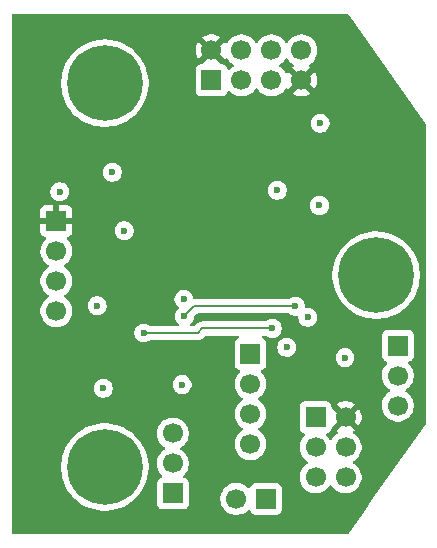
<source format=gbr>
%TF.GenerationSoftware,KiCad,Pcbnew,9.0.4*%
%TF.CreationDate,2025-11-07T20:41:43+01:00*%
%TF.ProjectId,SB_Mod_SR04,53425f4d-6f64-45f5-9352-30342e6b6963,rev?*%
%TF.SameCoordinates,Original*%
%TF.FileFunction,Copper,L4,Bot*%
%TF.FilePolarity,Positive*%
%FSLAX46Y46*%
G04 Gerber Fmt 4.6, Leading zero omitted, Abs format (unit mm)*
G04 Created by KiCad (PCBNEW 9.0.4) date 2025-11-07 20:41:43*
%MOMM*%
%LPD*%
G01*
G04 APERTURE LIST*
%TA.AperFunction,ComponentPad*%
%ADD10R,1.700000X1.700000*%
%TD*%
%TA.AperFunction,ComponentPad*%
%ADD11C,1.700000*%
%TD*%
%TA.AperFunction,ComponentPad*%
%ADD12C,6.400000*%
%TD*%
%TA.AperFunction,ViaPad*%
%ADD13C,0.600000*%
%TD*%
%TA.AperFunction,Conductor*%
%ADD14C,0.200000*%
%TD*%
G04 APERTURE END LIST*
D10*
%TO.P,J2,1,Pin_1*%
%TO.N,GND*%
X122255200Y-117195600D03*
D11*
%TO.P,J2,2,Pin_2*%
X119715200Y-117195600D03*
%TD*%
D10*
%TO.P,J3,1,Pin_1*%
%TO.N,/SB_ACT*%
X120929400Y-104927400D03*
D11*
%TO.P,J3,2,Pin_2*%
%TO.N,/SB_DAT*%
X120929400Y-107467400D03*
%TO.P,J3,3,Pin_3*%
%TO.N,/SB_CLK*%
X120929400Y-110007400D03*
%TO.P,J3,4,Pin_4*%
%TO.N,GND*%
X120929400Y-112547400D03*
%TD*%
D10*
%TO.P,SB1,1,GND*%
%TO.N,GND*%
X117627400Y-81762600D03*
D11*
%TO.P,SB1,2,+5V*%
%TO.N,+5V*%
X117627400Y-79222600D03*
%TO.P,SB1,3,CLK*%
%TO.N,/SB_CLK*%
X120167400Y-81762600D03*
%TO.P,SB1,4,GND*%
%TO.N,GND*%
X120167400Y-79222600D03*
%TO.P,SB1,5,DAT*%
%TO.N,/SB_DAT*%
X122707400Y-81762600D03*
%TO.P,SB1,6,~{ACT}*%
%TO.N,/SB_ACT*%
X122707400Y-79222600D03*
%TO.P,SB1,7,+5V*%
%TO.N,+5V*%
X125247400Y-81762600D03*
%TO.P,SB1,8,GND*%
%TO.N,GND*%
X125247400Y-79222600D03*
%TD*%
D10*
%TO.P,J1,1,Pin_1*%
%TO.N,/UPDI*%
X133400800Y-104216200D03*
D11*
%TO.P,J1,2,Pin_2*%
%TO.N,/PROG_TX*%
X133400800Y-106756200D03*
%TO.P,J1,3,Pin_3*%
%TO.N,GND*%
X133400800Y-109296200D03*
%TD*%
D12*
%TO.P,H3,1,1*%
%TO.N,GND*%
X108600000Y-114500000D03*
%TD*%
D10*
%TO.P,A1,1,VCC*%
%TO.N,+5V*%
X104493500Y-93679000D03*
D11*
%TO.P,A1,2,Trig*%
%TO.N,/TRIG*%
X104493500Y-96219000D03*
%TO.P,A1,3,Echo*%
%TO.N,/ECHO_H*%
X104493500Y-98759000D03*
%TO.P,A1,4,GND*%
%TO.N,GND*%
X104493500Y-101299000D03*
%TD*%
D10*
%TO.P,J4,1,Pin_1*%
%TO.N,/TX*%
X114350800Y-116738400D03*
D11*
%TO.P,J4,2,Pin_2*%
%TO.N,/RX*%
X114350800Y-114198400D03*
%TO.P,J4,3,Pin_3*%
%TO.N,GND*%
X114350800Y-111658400D03*
%TD*%
D12*
%TO.P,H1,1,1*%
%TO.N,GND*%
X108600000Y-82000000D03*
%TD*%
D10*
%TO.P,CONN1,1,UPDI*%
%TO.N,/UPDI*%
X126441200Y-110286800D03*
D11*
%TO.P,CONN1,2,VCC*%
%TO.N,+5V*%
X128981200Y-110286800D03*
%TO.P,CONN1,3,nc*%
%TO.N,unconnected-(CONN1-nc-Pad3)*%
X126441200Y-112826800D03*
%TO.P,CONN1,4,nc*%
%TO.N,unconnected-(CONN1-nc-Pad4)*%
X128981200Y-112826800D03*
%TO.P,CONN1,5,nc*%
%TO.N,unconnected-(CONN1-nc-Pad5)*%
X126441200Y-115366800D03*
%TO.P,CONN1,6,GND*%
%TO.N,GND*%
X128981200Y-115366800D03*
%TD*%
D12*
%TO.P,H2,1,1*%
%TO.N,GND*%
X131572000Y-98250000D03*
%TD*%
D13*
%TO.N,GND*%
X128930400Y-105232200D03*
X107950000Y-100838000D03*
X104775000Y-91186000D03*
X124002800Y-104368600D03*
X110236000Y-94488000D03*
X115138200Y-107518200D03*
X123190000Y-91059000D03*
X125780800Y-101828600D03*
X109220000Y-89535000D03*
X126771400Y-92354400D03*
X108458000Y-107823000D03*
X115290600Y-100304600D03*
X126822200Y-85394800D03*
%TO.N,+5V*%
X116459000Y-91135200D03*
X112344200Y-86029800D03*
X112345000Y-89154000D03*
X121539000Y-88569800D03*
X116179600Y-93573600D03*
%TO.N,/ACT_LED*%
X111887000Y-103149400D03*
X122783600Y-102768400D03*
%TO.N,/ALERT_LED*%
X124739400Y-100888800D03*
X115341400Y-101727000D03*
%TD*%
D14*
%TO.N,/ACT_LED*%
X116865400Y-102768400D02*
X116484400Y-103149400D01*
X122783600Y-102768400D02*
X116865400Y-102768400D01*
X116484400Y-103149400D02*
X111887000Y-103149400D01*
%TO.N,/ALERT_LED*%
X116179600Y-100888800D02*
X115341400Y-101727000D01*
X124739400Y-100888800D02*
X116179600Y-100888800D01*
%TD*%
%TA.AperFunction,Conductor*%
%TO.N,+5V*%
G36*
X128515275Y-110479793D02*
G01*
X128581101Y-110593807D01*
X128674193Y-110686899D01*
X128788207Y-110752725D01*
X128851790Y-110769762D01*
X128219482Y-111402069D01*
X128219482Y-111402070D01*
X128273652Y-111441426D01*
X128273651Y-111441426D01*
X128282695Y-111446034D01*
X128333492Y-111494008D01*
X128350287Y-111561829D01*
X128327750Y-111627964D01*
X128282699Y-111667002D01*
X128273382Y-111671749D01*
X128101413Y-111796690D01*
X127951090Y-111947013D01*
X127826149Y-112118982D01*
X127821684Y-112127746D01*
X127773709Y-112178542D01*
X127705888Y-112195336D01*
X127639753Y-112172798D01*
X127600716Y-112127746D01*
X127596250Y-112118982D01*
X127471309Y-111947013D01*
X127357769Y-111833473D01*
X127324284Y-111772150D01*
X127329268Y-111702458D01*
X127371140Y-111646525D01*
X127402115Y-111629610D01*
X127533531Y-111580596D01*
X127648746Y-111494346D01*
X127734996Y-111379131D01*
X127785291Y-111244283D01*
X127791700Y-111184673D01*
X127791699Y-111174112D01*
X127811379Y-111107075D01*
X127828018Y-111086426D01*
X128498237Y-110416208D01*
X128515275Y-110479793D01*
G37*
%TD.AperFunction*%
%TA.AperFunction,Conductor*%
G36*
X124048844Y-79876599D02*
G01*
X124087886Y-79921656D01*
X124092351Y-79930420D01*
X124217290Y-80102386D01*
X124367613Y-80252709D01*
X124539579Y-80377648D01*
X124539581Y-80377649D01*
X124539584Y-80377651D01*
X124548893Y-80382394D01*
X124599690Y-80430366D01*
X124616487Y-80498187D01*
X124593952Y-80564322D01*
X124548905Y-80603360D01*
X124539846Y-80607976D01*
X124539840Y-80607980D01*
X124485682Y-80647327D01*
X124485682Y-80647328D01*
X125117991Y-81279637D01*
X125054407Y-81296675D01*
X124940393Y-81362501D01*
X124847301Y-81455593D01*
X124781475Y-81569607D01*
X124764437Y-81633191D01*
X124132128Y-81000882D01*
X124132127Y-81000882D01*
X124092780Y-81055040D01*
X124092776Y-81055046D01*
X124088160Y-81064105D01*
X124040181Y-81114897D01*
X123972359Y-81131687D01*
X123906226Y-81109143D01*
X123867194Y-81064093D01*
X123862451Y-81054784D01*
X123862449Y-81054781D01*
X123862448Y-81054779D01*
X123737509Y-80882813D01*
X123587186Y-80732490D01*
X123415220Y-80607551D01*
X123407000Y-80603363D01*
X123406454Y-80603085D01*
X123355659Y-80555112D01*
X123338863Y-80487292D01*
X123361399Y-80421156D01*
X123406454Y-80382115D01*
X123415216Y-80377651D01*
X123437189Y-80361686D01*
X123587186Y-80252709D01*
X123587188Y-80252706D01*
X123587192Y-80252704D01*
X123737504Y-80102392D01*
X123737506Y-80102388D01*
X123737509Y-80102386D01*
X123862448Y-79930420D01*
X123862450Y-79930417D01*
X123862451Y-79930416D01*
X123866914Y-79921654D01*
X123914888Y-79870859D01*
X123982708Y-79854063D01*
X124048844Y-79876599D01*
G37*
%TD.AperFunction*%
%TA.AperFunction,Conductor*%
G36*
X118742670Y-79984317D02*
G01*
X118742670Y-79984316D01*
X118782022Y-79930155D01*
X118786632Y-79921107D01*
X118834605Y-79870309D01*
X118902425Y-79853512D01*
X118968561Y-79876047D01*
X119007604Y-79921104D01*
X119012349Y-79930417D01*
X119137290Y-80102386D01*
X119287613Y-80252709D01*
X119459582Y-80377650D01*
X119468346Y-80382116D01*
X119519142Y-80430091D01*
X119535936Y-80497912D01*
X119513398Y-80564047D01*
X119468346Y-80603084D01*
X119459582Y-80607549D01*
X119287615Y-80732489D01*
X119174073Y-80846031D01*
X119112750Y-80879515D01*
X119043058Y-80874531D01*
X118987125Y-80832659D01*
X118970210Y-80801682D01*
X118921197Y-80670271D01*
X118921193Y-80670264D01*
X118834947Y-80555055D01*
X118834944Y-80555052D01*
X118719735Y-80468806D01*
X118719728Y-80468802D01*
X118584882Y-80418508D01*
X118584883Y-80418508D01*
X118525283Y-80412101D01*
X118525281Y-80412100D01*
X118525273Y-80412100D01*
X118525265Y-80412100D01*
X118514709Y-80412100D01*
X118447670Y-80392415D01*
X118427028Y-80375781D01*
X117756808Y-79705562D01*
X117820393Y-79688525D01*
X117934407Y-79622699D01*
X118027499Y-79529607D01*
X118093325Y-79415593D01*
X118110362Y-79352008D01*
X118742670Y-79984317D01*
G37*
%TD.AperFunction*%
%TA.AperFunction,Conductor*%
G36*
X129213825Y-76176185D02*
G01*
X129248022Y-76208895D01*
X135746736Y-85396929D01*
X135769378Y-85463028D01*
X135769500Y-85468533D01*
X135769500Y-110747988D01*
X135749815Y-110815027D01*
X135747053Y-110819143D01*
X131500845Y-116879357D01*
X130333010Y-118546099D01*
X129246582Y-120096655D01*
X129191991Y-120140263D01*
X129145029Y-120149500D01*
X100827500Y-120149500D01*
X100760461Y-120129815D01*
X100714706Y-120077011D01*
X100703500Y-120025500D01*
X100703500Y-114318206D01*
X104899500Y-114318206D01*
X104899500Y-114681794D01*
X104910337Y-114791829D01*
X104935137Y-115043630D01*
X105006064Y-115400212D01*
X105006067Y-115400223D01*
X105111614Y-115748165D01*
X105250754Y-116084078D01*
X105250756Y-116084083D01*
X105422140Y-116404720D01*
X105422151Y-116404738D01*
X105624140Y-116707035D01*
X105624150Y-116707049D01*
X105854807Y-116988106D01*
X106111893Y-117245192D01*
X106111898Y-117245196D01*
X106111899Y-117245197D01*
X106392956Y-117475854D01*
X106695268Y-117677853D01*
X106695277Y-117677858D01*
X106695279Y-117677859D01*
X107015916Y-117849243D01*
X107015918Y-117849243D01*
X107015924Y-117849247D01*
X107351836Y-117988386D01*
X107699767Y-118093930D01*
X107699773Y-118093931D01*
X107699776Y-118093932D01*
X107699787Y-118093935D01*
X108056369Y-118164862D01*
X108418206Y-118200500D01*
X108418209Y-118200500D01*
X108781791Y-118200500D01*
X108781794Y-118200500D01*
X109143631Y-118164862D01*
X109213045Y-118151054D01*
X109500212Y-118093935D01*
X109500223Y-118093932D01*
X109500223Y-118093931D01*
X109500233Y-118093930D01*
X109848164Y-117988386D01*
X110184076Y-117849247D01*
X110504732Y-117677853D01*
X110807044Y-117475854D01*
X111088101Y-117245197D01*
X111345197Y-116988101D01*
X111575854Y-116707044D01*
X111777853Y-116404732D01*
X111949247Y-116084076D01*
X112088386Y-115748164D01*
X112193930Y-115400233D01*
X112193932Y-115400223D01*
X112193935Y-115400212D01*
X112264862Y-115043630D01*
X112284092Y-114848385D01*
X112300500Y-114681794D01*
X112300500Y-114318206D01*
X112264862Y-113956369D01*
X112250101Y-113882160D01*
X112193935Y-113599787D01*
X112193932Y-113599776D01*
X112193931Y-113599773D01*
X112193930Y-113599767D01*
X112088386Y-113251836D01*
X111949247Y-112915924D01*
X111921302Y-112863643D01*
X111777859Y-112595279D01*
X111777858Y-112595277D01*
X111777853Y-112595268D01*
X111575854Y-112292956D01*
X111345197Y-112011899D01*
X111345196Y-112011898D01*
X111345192Y-112011893D01*
X111088106Y-111754807D01*
X110951983Y-111643094D01*
X110841122Y-111552113D01*
X113000300Y-111552113D01*
X113000300Y-111764687D01*
X113033554Y-111974643D01*
X113083300Y-112127746D01*
X113099244Y-112176814D01*
X113195751Y-112366220D01*
X113320690Y-112538186D01*
X113471013Y-112688509D01*
X113642982Y-112813450D01*
X113651746Y-112817916D01*
X113702542Y-112865891D01*
X113719336Y-112933712D01*
X113696798Y-112999847D01*
X113651746Y-113038884D01*
X113642982Y-113043349D01*
X113471013Y-113168290D01*
X113320690Y-113318613D01*
X113195751Y-113490579D01*
X113099244Y-113679985D01*
X113033553Y-113882160D01*
X113010873Y-114025356D01*
X113000300Y-114092113D01*
X113000300Y-114304687D01*
X113033554Y-114514643D01*
X113083300Y-114667746D01*
X113099244Y-114716814D01*
X113195751Y-114906220D01*
X113320690Y-115078186D01*
X113434230Y-115191726D01*
X113467715Y-115253049D01*
X113462731Y-115322741D01*
X113420859Y-115378674D01*
X113389883Y-115395589D01*
X113258469Y-115444603D01*
X113258464Y-115444606D01*
X113143255Y-115530852D01*
X113143252Y-115530855D01*
X113057006Y-115646064D01*
X113057002Y-115646071D01*
X113006708Y-115780917D01*
X113001598Y-115828450D01*
X113000301Y-115840523D01*
X113000300Y-115840535D01*
X113000300Y-117636270D01*
X113000301Y-117636276D01*
X113006708Y-117695883D01*
X113057002Y-117830728D01*
X113057006Y-117830735D01*
X113143252Y-117945944D01*
X113143255Y-117945947D01*
X113258464Y-118032193D01*
X113258471Y-118032197D01*
X113393317Y-118082491D01*
X113393316Y-118082491D01*
X113400244Y-118083235D01*
X113452927Y-118088900D01*
X115248672Y-118088899D01*
X115308283Y-118082491D01*
X115443131Y-118032196D01*
X115558346Y-117945946D01*
X115644596Y-117830731D01*
X115694891Y-117695883D01*
X115701300Y-117636273D01*
X115701299Y-117089313D01*
X118364700Y-117089313D01*
X118364700Y-117301886D01*
X118392254Y-117475859D01*
X118397954Y-117511843D01*
X118457752Y-117695882D01*
X118463644Y-117714014D01*
X118560151Y-117903420D01*
X118685090Y-118075386D01*
X118835413Y-118225709D01*
X119007379Y-118350648D01*
X119007381Y-118350649D01*
X119007384Y-118350651D01*
X119196788Y-118447157D01*
X119398957Y-118512846D01*
X119608913Y-118546100D01*
X119608914Y-118546100D01*
X119821486Y-118546100D01*
X119821487Y-118546100D01*
X120031443Y-118512846D01*
X120233612Y-118447157D01*
X120423016Y-118350651D01*
X120594992Y-118225704D01*
X120708529Y-118112166D01*
X120769848Y-118078684D01*
X120839540Y-118083668D01*
X120895474Y-118125539D01*
X120912389Y-118156517D01*
X120961402Y-118287928D01*
X120961406Y-118287935D01*
X121047652Y-118403144D01*
X121047655Y-118403147D01*
X121162864Y-118489393D01*
X121162871Y-118489397D01*
X121297717Y-118539691D01*
X121297716Y-118539691D01*
X121304644Y-118540435D01*
X121357327Y-118546100D01*
X123153072Y-118546099D01*
X123212683Y-118539691D01*
X123347531Y-118489396D01*
X123462746Y-118403146D01*
X123548996Y-118287931D01*
X123599291Y-118153083D01*
X123605700Y-118093473D01*
X123605699Y-116297728D01*
X123599291Y-116238117D01*
X123598010Y-116234683D01*
X123548997Y-116103271D01*
X123548993Y-116103264D01*
X123462747Y-115988055D01*
X123462744Y-115988052D01*
X123347535Y-115901806D01*
X123347528Y-115901802D01*
X123212682Y-115851508D01*
X123212683Y-115851508D01*
X123153083Y-115845101D01*
X123153081Y-115845100D01*
X123153073Y-115845100D01*
X123153064Y-115845100D01*
X121357329Y-115845100D01*
X121357323Y-115845101D01*
X121297716Y-115851508D01*
X121162871Y-115901802D01*
X121162864Y-115901806D01*
X121047655Y-115988052D01*
X121047652Y-115988055D01*
X120961406Y-116103264D01*
X120961403Y-116103269D01*
X120912389Y-116234683D01*
X120870517Y-116290616D01*
X120805053Y-116315033D01*
X120736780Y-116300181D01*
X120708526Y-116279030D01*
X120594986Y-116165490D01*
X120423020Y-116040551D01*
X120233614Y-115944044D01*
X120233613Y-115944043D01*
X120233612Y-115944043D01*
X120031443Y-115878354D01*
X120031441Y-115878353D01*
X120031440Y-115878353D01*
X119870157Y-115852808D01*
X119821487Y-115845100D01*
X119608913Y-115845100D01*
X119560242Y-115852808D01*
X119398960Y-115878353D01*
X119196785Y-115944044D01*
X119007379Y-116040551D01*
X118835413Y-116165490D01*
X118685090Y-116315813D01*
X118560151Y-116487779D01*
X118463644Y-116677185D01*
X118397953Y-116879360D01*
X118364700Y-117089313D01*
X115701299Y-117089313D01*
X115701299Y-116717300D01*
X115701299Y-115840529D01*
X115701298Y-115840523D01*
X115701297Y-115840516D01*
X115694891Y-115780917D01*
X115682675Y-115748165D01*
X115644597Y-115646071D01*
X115644593Y-115646064D01*
X115558347Y-115530855D01*
X115558344Y-115530852D01*
X115443135Y-115444606D01*
X115443128Y-115444602D01*
X115311717Y-115395589D01*
X115255783Y-115353718D01*
X115231366Y-115288253D01*
X115246218Y-115219980D01*
X115267363Y-115191732D01*
X115380904Y-115078192D01*
X115505851Y-114906216D01*
X115602357Y-114716812D01*
X115668046Y-114514643D01*
X115701300Y-114304687D01*
X115701300Y-114092113D01*
X115668046Y-113882157D01*
X115602357Y-113679988D01*
X115505851Y-113490584D01*
X115505849Y-113490581D01*
X115505848Y-113490579D01*
X115380909Y-113318613D01*
X115230586Y-113168290D01*
X115058620Y-113043351D01*
X115057915Y-113042991D01*
X115049854Y-113038885D01*
X114999059Y-112990912D01*
X114982263Y-112923092D01*
X115004799Y-112856956D01*
X115049854Y-112817915D01*
X115058616Y-112813451D01*
X115080589Y-112797486D01*
X115230586Y-112688509D01*
X115230588Y-112688506D01*
X115230592Y-112688504D01*
X115380904Y-112538192D01*
X115380906Y-112538188D01*
X115380909Y-112538186D01*
X115505848Y-112366220D01*
X115505847Y-112366220D01*
X115505851Y-112366216D01*
X115602357Y-112176812D01*
X115668046Y-111974643D01*
X115701300Y-111764687D01*
X115701300Y-111552113D01*
X115668046Y-111342157D01*
X115602357Y-111139988D01*
X115505851Y-110950584D01*
X115505849Y-110950581D01*
X115505848Y-110950579D01*
X115380909Y-110778613D01*
X115230586Y-110628290D01*
X115058620Y-110503351D01*
X114869214Y-110406844D01*
X114869213Y-110406843D01*
X114869212Y-110406843D01*
X114667043Y-110341154D01*
X114667041Y-110341153D01*
X114667040Y-110341153D01*
X114505757Y-110315608D01*
X114457087Y-110307900D01*
X114244513Y-110307900D01*
X114195842Y-110315608D01*
X114034560Y-110341153D01*
X113832385Y-110406844D01*
X113642979Y-110503351D01*
X113471013Y-110628290D01*
X113320690Y-110778613D01*
X113195751Y-110950579D01*
X113099244Y-111139985D01*
X113099243Y-111139987D01*
X113099243Y-111139988D01*
X113084725Y-111184670D01*
X113033553Y-111342160D01*
X113004729Y-111524150D01*
X113000300Y-111552113D01*
X110841122Y-111552113D01*
X110807049Y-111524150D01*
X110807048Y-111524149D01*
X110807044Y-111524146D01*
X110504732Y-111322147D01*
X110504727Y-111322144D01*
X110504720Y-111322140D01*
X110184083Y-111150756D01*
X110184078Y-111150754D01*
X110158079Y-111139985D01*
X110028777Y-111086426D01*
X109848165Y-111011614D01*
X109500223Y-110906067D01*
X109500212Y-110906064D01*
X109143630Y-110835137D01*
X108871111Y-110808296D01*
X108781794Y-110799500D01*
X108418206Y-110799500D01*
X108335679Y-110807628D01*
X108056369Y-110835137D01*
X107699787Y-110906064D01*
X107699776Y-110906067D01*
X107351834Y-111011614D01*
X107015921Y-111150754D01*
X107015916Y-111150756D01*
X106695279Y-111322140D01*
X106695261Y-111322151D01*
X106392964Y-111524140D01*
X106392950Y-111524150D01*
X106111893Y-111754807D01*
X105854807Y-112011893D01*
X105624150Y-112292950D01*
X105624140Y-112292964D01*
X105422151Y-112595261D01*
X105422140Y-112595279D01*
X105250756Y-112915916D01*
X105250754Y-112915921D01*
X105111614Y-113251834D01*
X105006067Y-113599776D01*
X105006064Y-113599787D01*
X104935137Y-113956369D01*
X104910425Y-114207284D01*
X104899500Y-114318206D01*
X100703500Y-114318206D01*
X100703500Y-107744153D01*
X107657500Y-107744153D01*
X107657500Y-107901846D01*
X107688261Y-108056489D01*
X107688264Y-108056501D01*
X107748602Y-108202172D01*
X107748609Y-108202185D01*
X107836210Y-108333288D01*
X107836213Y-108333292D01*
X107947707Y-108444786D01*
X107947711Y-108444789D01*
X108078814Y-108532390D01*
X108078827Y-108532397D01*
X108213982Y-108588379D01*
X108224503Y-108592737D01*
X108373869Y-108622448D01*
X108379153Y-108623499D01*
X108379156Y-108623500D01*
X108379158Y-108623500D01*
X108536844Y-108623500D01*
X108536845Y-108623499D01*
X108691497Y-108592737D01*
X108837179Y-108532394D01*
X108968289Y-108444789D01*
X109079789Y-108333289D01*
X109167394Y-108202179D01*
X109227737Y-108056497D01*
X109258500Y-107901842D01*
X109258500Y-107744158D01*
X109258500Y-107744155D01*
X109258499Y-107744153D01*
X109229237Y-107597044D01*
X109227737Y-107589503D01*
X109221186Y-107573687D01*
X109182678Y-107480718D01*
X109167395Y-107443824D01*
X109167394Y-107443821D01*
X109167392Y-107443818D01*
X109167390Y-107443814D01*
X109164409Y-107439353D01*
X114337700Y-107439353D01*
X114337700Y-107597046D01*
X114368461Y-107751689D01*
X114368464Y-107751701D01*
X114428802Y-107897372D01*
X114428809Y-107897385D01*
X114516410Y-108028488D01*
X114516413Y-108028492D01*
X114627907Y-108139986D01*
X114627911Y-108139989D01*
X114759014Y-108227590D01*
X114759027Y-108227597D01*
X114904698Y-108287935D01*
X114904703Y-108287937D01*
X115059353Y-108318699D01*
X115059356Y-108318700D01*
X115059358Y-108318700D01*
X115217044Y-108318700D01*
X115217045Y-108318699D01*
X115371697Y-108287937D01*
X115517379Y-108227594D01*
X115648489Y-108139989D01*
X115759989Y-108028489D01*
X115847594Y-107897379D01*
X115907937Y-107751697D01*
X115938700Y-107597042D01*
X115938700Y-107439358D01*
X115938700Y-107439355D01*
X115938699Y-107439353D01*
X115907938Y-107284710D01*
X115907937Y-107284703D01*
X115873354Y-107201211D01*
X115847597Y-107139027D01*
X115847590Y-107139014D01*
X115759989Y-107007911D01*
X115759986Y-107007907D01*
X115648492Y-106896413D01*
X115648488Y-106896410D01*
X115517385Y-106808809D01*
X115517372Y-106808802D01*
X115371701Y-106748464D01*
X115371689Y-106748461D01*
X115217045Y-106717700D01*
X115217042Y-106717700D01*
X115059358Y-106717700D01*
X115059355Y-106717700D01*
X114904710Y-106748461D01*
X114904698Y-106748464D01*
X114759027Y-106808802D01*
X114759014Y-106808809D01*
X114627911Y-106896410D01*
X114627907Y-106896413D01*
X114516413Y-107007907D01*
X114516410Y-107007911D01*
X114428809Y-107139014D01*
X114428802Y-107139027D01*
X114368464Y-107284698D01*
X114368461Y-107284710D01*
X114337700Y-107439353D01*
X109164409Y-107439353D01*
X109079789Y-107312711D01*
X109079786Y-107312707D01*
X108968292Y-107201213D01*
X108968288Y-107201210D01*
X108837185Y-107113609D01*
X108837172Y-107113602D01*
X108691501Y-107053264D01*
X108691489Y-107053261D01*
X108536845Y-107022500D01*
X108536842Y-107022500D01*
X108379158Y-107022500D01*
X108379155Y-107022500D01*
X108224510Y-107053261D01*
X108224498Y-107053264D01*
X108078827Y-107113602D01*
X108078814Y-107113609D01*
X107947711Y-107201210D01*
X107947707Y-107201213D01*
X107836213Y-107312707D01*
X107836210Y-107312711D01*
X107748609Y-107443814D01*
X107748602Y-107443827D01*
X107688264Y-107589498D01*
X107688261Y-107589510D01*
X107657500Y-107744153D01*
X100703500Y-107744153D01*
X100703500Y-103070553D01*
X111086500Y-103070553D01*
X111086500Y-103228246D01*
X111117261Y-103382889D01*
X111117264Y-103382901D01*
X111177602Y-103528572D01*
X111177609Y-103528585D01*
X111265210Y-103659688D01*
X111265213Y-103659692D01*
X111376707Y-103771186D01*
X111376711Y-103771189D01*
X111507814Y-103858790D01*
X111507827Y-103858797D01*
X111653498Y-103919135D01*
X111653503Y-103919137D01*
X111808153Y-103949899D01*
X111808156Y-103949900D01*
X111808158Y-103949900D01*
X111965844Y-103949900D01*
X111965845Y-103949899D01*
X112120497Y-103919137D01*
X112266179Y-103858794D01*
X112301686Y-103835069D01*
X112397875Y-103770798D01*
X112464553Y-103749920D01*
X112466766Y-103749900D01*
X116397731Y-103749900D01*
X116397747Y-103749901D01*
X116405343Y-103749901D01*
X116563454Y-103749901D01*
X116563457Y-103749901D01*
X116716185Y-103708977D01*
X116766304Y-103680039D01*
X116853116Y-103629920D01*
X116964920Y-103518116D01*
X116964920Y-103518114D01*
X116975128Y-103507907D01*
X116975131Y-103507903D01*
X117077818Y-103405218D01*
X117139141Y-103371734D01*
X117165498Y-103368900D01*
X119859482Y-103368900D01*
X119926521Y-103388585D01*
X119972276Y-103441389D01*
X119982220Y-103510547D01*
X119953195Y-103574103D01*
X119902815Y-103609082D01*
X119837071Y-103633602D01*
X119837064Y-103633606D01*
X119721855Y-103719852D01*
X119721852Y-103719855D01*
X119635606Y-103835064D01*
X119635602Y-103835071D01*
X119585308Y-103969917D01*
X119583211Y-103989427D01*
X119578901Y-104029523D01*
X119578900Y-104029535D01*
X119578900Y-105825270D01*
X119578901Y-105825276D01*
X119585308Y-105884883D01*
X119635602Y-106019728D01*
X119635606Y-106019735D01*
X119721852Y-106134944D01*
X119721855Y-106134947D01*
X119837064Y-106221193D01*
X119837071Y-106221197D01*
X119968482Y-106270210D01*
X120024416Y-106312081D01*
X120048833Y-106377545D01*
X120033982Y-106445818D01*
X120012831Y-106474073D01*
X119899289Y-106587615D01*
X119774351Y-106759579D01*
X119677844Y-106948985D01*
X119612153Y-107151160D01*
X119592600Y-107274614D01*
X119578900Y-107361113D01*
X119578900Y-107573687D01*
X119582600Y-107597046D01*
X119605899Y-107744155D01*
X119612154Y-107783643D01*
X119670655Y-107963691D01*
X119677844Y-107985814D01*
X119774351Y-108175220D01*
X119899290Y-108347186D01*
X120049613Y-108497509D01*
X120221582Y-108622450D01*
X120230346Y-108626916D01*
X120281142Y-108674891D01*
X120297936Y-108742712D01*
X120275398Y-108808847D01*
X120230346Y-108847884D01*
X120221582Y-108852349D01*
X120049613Y-108977290D01*
X119899290Y-109127613D01*
X119774351Y-109299579D01*
X119677844Y-109488985D01*
X119612153Y-109691160D01*
X119578900Y-109901113D01*
X119578900Y-110113686D01*
X119609660Y-110307900D01*
X119612154Y-110323643D01*
X119670544Y-110503349D01*
X119677844Y-110525814D01*
X119774351Y-110715220D01*
X119899290Y-110887186D01*
X120049613Y-111037509D01*
X120221582Y-111162450D01*
X120230346Y-111166916D01*
X120281142Y-111214891D01*
X120297936Y-111282712D01*
X120275398Y-111348847D01*
X120230346Y-111387884D01*
X120221582Y-111392349D01*
X120049613Y-111517290D01*
X119899290Y-111667613D01*
X119774351Y-111839579D01*
X119677844Y-112028985D01*
X119612153Y-112231160D01*
X119578900Y-112441113D01*
X119578900Y-112653686D01*
X119604911Y-112817916D01*
X119612154Y-112863643D01*
X119670544Y-113043349D01*
X119677844Y-113065814D01*
X119774351Y-113255220D01*
X119899290Y-113427186D01*
X120049613Y-113577509D01*
X120221579Y-113702448D01*
X120221581Y-113702449D01*
X120221584Y-113702451D01*
X120410988Y-113798957D01*
X120613157Y-113864646D01*
X120823113Y-113897900D01*
X120823114Y-113897900D01*
X121035686Y-113897900D01*
X121035687Y-113897900D01*
X121245643Y-113864646D01*
X121447812Y-113798957D01*
X121637216Y-113702451D01*
X121668138Y-113679985D01*
X121809186Y-113577509D01*
X121809188Y-113577506D01*
X121809192Y-113577504D01*
X121959504Y-113427192D01*
X121959506Y-113427188D01*
X121959509Y-113427186D01*
X122084448Y-113255220D01*
X122084447Y-113255220D01*
X122084451Y-113255216D01*
X122180957Y-113065812D01*
X122246646Y-112863643D01*
X122279900Y-112653687D01*
X122279900Y-112441113D01*
X122246646Y-112231157D01*
X122180957Y-112028988D01*
X122084451Y-111839584D01*
X122084449Y-111839581D01*
X122084448Y-111839579D01*
X121959509Y-111667613D01*
X121809186Y-111517290D01*
X121637220Y-111392351D01*
X121636515Y-111391991D01*
X121628454Y-111387885D01*
X121577659Y-111339912D01*
X121560863Y-111272092D01*
X121583399Y-111205956D01*
X121628454Y-111166915D01*
X121637216Y-111162451D01*
X121729063Y-111095721D01*
X121809186Y-111037509D01*
X121809188Y-111037506D01*
X121809192Y-111037504D01*
X121959504Y-110887192D01*
X121959506Y-110887188D01*
X121959509Y-110887186D01*
X122084448Y-110715220D01*
X122084447Y-110715220D01*
X122084451Y-110715216D01*
X122180957Y-110525812D01*
X122246646Y-110323643D01*
X122279900Y-110113687D01*
X122279900Y-109901113D01*
X122246646Y-109691157D01*
X122180957Y-109488988D01*
X122129978Y-109388935D01*
X125090700Y-109388935D01*
X125090700Y-111184670D01*
X125090701Y-111184676D01*
X125097108Y-111244283D01*
X125147402Y-111379128D01*
X125147406Y-111379135D01*
X125233652Y-111494344D01*
X125233655Y-111494347D01*
X125348864Y-111580593D01*
X125348871Y-111580597D01*
X125480282Y-111629610D01*
X125536216Y-111671481D01*
X125560633Y-111736945D01*
X125545782Y-111805218D01*
X125524631Y-111833473D01*
X125411089Y-111947015D01*
X125286151Y-112118979D01*
X125189644Y-112308385D01*
X125123953Y-112510560D01*
X125119578Y-112538186D01*
X125090700Y-112720513D01*
X125090700Y-112933087D01*
X125123954Y-113143043D01*
X125181000Y-113318613D01*
X125189644Y-113345214D01*
X125286151Y-113534620D01*
X125411090Y-113706586D01*
X125561413Y-113856909D01*
X125733382Y-113981850D01*
X125742146Y-113986316D01*
X125792942Y-114034291D01*
X125809736Y-114102112D01*
X125787198Y-114168247D01*
X125742146Y-114207284D01*
X125733382Y-114211749D01*
X125561413Y-114336690D01*
X125411090Y-114487013D01*
X125286151Y-114658979D01*
X125189644Y-114848385D01*
X125123953Y-115050560D01*
X125119578Y-115078184D01*
X125090700Y-115260513D01*
X125090700Y-115473087D01*
X125123954Y-115683043D01*
X125187414Y-115878353D01*
X125189644Y-115885214D01*
X125286151Y-116074620D01*
X125411090Y-116246586D01*
X125561413Y-116396909D01*
X125733379Y-116521848D01*
X125733381Y-116521849D01*
X125733384Y-116521851D01*
X125922788Y-116618357D01*
X126124957Y-116684046D01*
X126334913Y-116717300D01*
X126334914Y-116717300D01*
X126547486Y-116717300D01*
X126547487Y-116717300D01*
X126757443Y-116684046D01*
X126959612Y-116618357D01*
X127149016Y-116521851D01*
X127195906Y-116487784D01*
X127320986Y-116396909D01*
X127320988Y-116396906D01*
X127320992Y-116396904D01*
X127471304Y-116246592D01*
X127471306Y-116246588D01*
X127471309Y-116246586D01*
X127589373Y-116084083D01*
X127596251Y-116074616D01*
X127600714Y-116065854D01*
X127648688Y-116015059D01*
X127716508Y-115998263D01*
X127782644Y-116020799D01*
X127821686Y-116065856D01*
X127826151Y-116074620D01*
X127951090Y-116246586D01*
X128101413Y-116396909D01*
X128273379Y-116521848D01*
X128273381Y-116521849D01*
X128273384Y-116521851D01*
X128462788Y-116618357D01*
X128664957Y-116684046D01*
X128874913Y-116717300D01*
X128874914Y-116717300D01*
X129087486Y-116717300D01*
X129087487Y-116717300D01*
X129297443Y-116684046D01*
X129499612Y-116618357D01*
X129689016Y-116521851D01*
X129735906Y-116487784D01*
X129860986Y-116396909D01*
X129860988Y-116396906D01*
X129860992Y-116396904D01*
X130011304Y-116246592D01*
X130011306Y-116246588D01*
X130011309Y-116246586D01*
X130129373Y-116084083D01*
X130136251Y-116074616D01*
X130232757Y-115885212D01*
X130298446Y-115683043D01*
X130331700Y-115473087D01*
X130331700Y-115260513D01*
X130298446Y-115050557D01*
X130232757Y-114848388D01*
X130136251Y-114658984D01*
X130136249Y-114658981D01*
X130136248Y-114658979D01*
X130011309Y-114487013D01*
X129860986Y-114336690D01*
X129689020Y-114211751D01*
X129688315Y-114211391D01*
X129680254Y-114207285D01*
X129629459Y-114159312D01*
X129612663Y-114091492D01*
X129635199Y-114025356D01*
X129680254Y-113986315D01*
X129689016Y-113981851D01*
X129724089Y-113956369D01*
X129860986Y-113856909D01*
X129860988Y-113856906D01*
X129860992Y-113856904D01*
X130011304Y-113706592D01*
X130011306Y-113706588D01*
X130011309Y-113706586D01*
X130136248Y-113534620D01*
X130136247Y-113534620D01*
X130136251Y-113534616D01*
X130232757Y-113345212D01*
X130298446Y-113143043D01*
X130331700Y-112933087D01*
X130331700Y-112720513D01*
X130298446Y-112510557D01*
X130232757Y-112308388D01*
X130136251Y-112118984D01*
X130136249Y-112118981D01*
X130136248Y-112118979D01*
X130011309Y-111947013D01*
X129860986Y-111796690D01*
X129689017Y-111671749D01*
X129679704Y-111667004D01*
X129628907Y-111619030D01*
X129612112Y-111551209D01*
X129634649Y-111485074D01*
X129679707Y-111446032D01*
X129688755Y-111441422D01*
X129742916Y-111402070D01*
X129742917Y-111402070D01*
X129110608Y-110769762D01*
X129174193Y-110752725D01*
X129288207Y-110686899D01*
X129381299Y-110593807D01*
X129447125Y-110479793D01*
X129464162Y-110416208D01*
X130096470Y-111048517D01*
X130096470Y-111048516D01*
X130135822Y-110994354D01*
X130232295Y-110805017D01*
X130297957Y-110602930D01*
X130297957Y-110602927D01*
X130331200Y-110393046D01*
X130331200Y-110180553D01*
X130297957Y-109970672D01*
X130297957Y-109970669D01*
X130232295Y-109768582D01*
X130135824Y-109579249D01*
X130096470Y-109525082D01*
X130096469Y-109525082D01*
X129464162Y-110157390D01*
X129447125Y-110093807D01*
X129381299Y-109979793D01*
X129288207Y-109886701D01*
X129174193Y-109820875D01*
X129110609Y-109803837D01*
X129742916Y-109171528D01*
X129688750Y-109132175D01*
X129499417Y-109035704D01*
X129297329Y-108970042D01*
X129087446Y-108936800D01*
X128874954Y-108936800D01*
X128665072Y-108970042D01*
X128665069Y-108970042D01*
X128462982Y-109035704D01*
X128273639Y-109132180D01*
X128219482Y-109171527D01*
X128219482Y-109171528D01*
X128851791Y-109803837D01*
X128788207Y-109820875D01*
X128674193Y-109886701D01*
X128581101Y-109979793D01*
X128515275Y-110093807D01*
X128498237Y-110157391D01*
X127828018Y-109487172D01*
X127794533Y-109425849D01*
X127794530Y-109425836D01*
X127791699Y-109412815D01*
X127791699Y-109388928D01*
X127785291Y-109329317D01*
X127757126Y-109253802D01*
X127734998Y-109194473D01*
X127734993Y-109194464D01*
X127648747Y-109079255D01*
X127648744Y-109079252D01*
X127533535Y-108993006D01*
X127533528Y-108993002D01*
X127398682Y-108942708D01*
X127398683Y-108942708D01*
X127339083Y-108936301D01*
X127339081Y-108936300D01*
X127339073Y-108936300D01*
X127339064Y-108936300D01*
X125543329Y-108936300D01*
X125543323Y-108936301D01*
X125483716Y-108942708D01*
X125348871Y-108993002D01*
X125348864Y-108993006D01*
X125233655Y-109079252D01*
X125233652Y-109079255D01*
X125147406Y-109194464D01*
X125147402Y-109194471D01*
X125097108Y-109329317D01*
X125090701Y-109388916D01*
X125090700Y-109388935D01*
X122129978Y-109388935D01*
X122084451Y-109299584D01*
X122084449Y-109299581D01*
X122084448Y-109299579D01*
X121959509Y-109127613D01*
X121809186Y-108977290D01*
X121637220Y-108852351D01*
X121636515Y-108851991D01*
X121628454Y-108847885D01*
X121577659Y-108799912D01*
X121560863Y-108732092D01*
X121583399Y-108665956D01*
X121628454Y-108626915D01*
X121637216Y-108622451D01*
X121684106Y-108588384D01*
X121809186Y-108497509D01*
X121809188Y-108497506D01*
X121809192Y-108497504D01*
X121959504Y-108347192D01*
X121959506Y-108347188D01*
X121959509Y-108347186D01*
X122084448Y-108175220D01*
X122084447Y-108175220D01*
X122084451Y-108175216D01*
X122180957Y-107985812D01*
X122246646Y-107783643D01*
X122279900Y-107573687D01*
X122279900Y-107361113D01*
X122246646Y-107151157D01*
X122180957Y-106948988D01*
X122084451Y-106759584D01*
X122084449Y-106759581D01*
X122084448Y-106759579D01*
X121959509Y-106587613D01*
X121845969Y-106474073D01*
X121812484Y-106412750D01*
X121817468Y-106343058D01*
X121859340Y-106287125D01*
X121890315Y-106270210D01*
X122021731Y-106221196D01*
X122136946Y-106134946D01*
X122223196Y-106019731D01*
X122273491Y-105884883D01*
X122279900Y-105825273D01*
X122279899Y-104289753D01*
X123202300Y-104289753D01*
X123202300Y-104447446D01*
X123233061Y-104602089D01*
X123233064Y-104602101D01*
X123293402Y-104747772D01*
X123293409Y-104747785D01*
X123381010Y-104878888D01*
X123381013Y-104878892D01*
X123492507Y-104990386D01*
X123492511Y-104990389D01*
X123623614Y-105077990D01*
X123623627Y-105077997D01*
X123710731Y-105114076D01*
X123769303Y-105138337D01*
X123923953Y-105169099D01*
X123923956Y-105169100D01*
X123923958Y-105169100D01*
X124081644Y-105169100D01*
X124081645Y-105169099D01*
X124160806Y-105153353D01*
X128129900Y-105153353D01*
X128129900Y-105311046D01*
X128160661Y-105465689D01*
X128160664Y-105465701D01*
X128221002Y-105611372D01*
X128221009Y-105611385D01*
X128308610Y-105742488D01*
X128308613Y-105742492D01*
X128420107Y-105853986D01*
X128420111Y-105853989D01*
X128551214Y-105941590D01*
X128551227Y-105941597D01*
X128696898Y-106001935D01*
X128696903Y-106001937D01*
X128851553Y-106032699D01*
X128851556Y-106032700D01*
X128851558Y-106032700D01*
X129009244Y-106032700D01*
X129009245Y-106032699D01*
X129163897Y-106001937D01*
X129309579Y-105941594D01*
X129440689Y-105853989D01*
X129552189Y-105742489D01*
X129639794Y-105611379D01*
X129700137Y-105465697D01*
X129730900Y-105311042D01*
X129730900Y-105153358D01*
X129730900Y-105153355D01*
X129730899Y-105153353D01*
X129723084Y-105114064D01*
X129700137Y-104998703D01*
X129650509Y-104878889D01*
X129639797Y-104853027D01*
X129639790Y-104853014D01*
X129552189Y-104721911D01*
X129552186Y-104721907D01*
X129440692Y-104610413D01*
X129440688Y-104610410D01*
X129309585Y-104522809D01*
X129309572Y-104522802D01*
X129163901Y-104462464D01*
X129163889Y-104462461D01*
X129009245Y-104431700D01*
X129009242Y-104431700D01*
X128851558Y-104431700D01*
X128851555Y-104431700D01*
X128696910Y-104462461D01*
X128696898Y-104462464D01*
X128551227Y-104522802D01*
X128551214Y-104522809D01*
X128420111Y-104610410D01*
X128420107Y-104610413D01*
X128308613Y-104721907D01*
X128308610Y-104721911D01*
X128221009Y-104853014D01*
X128221002Y-104853027D01*
X128160664Y-104998698D01*
X128160661Y-104998710D01*
X128129900Y-105153353D01*
X124160806Y-105153353D01*
X124236297Y-105138337D01*
X124381979Y-105077994D01*
X124381985Y-105077990D01*
X124432610Y-105044164D01*
X124470374Y-105018929D01*
X124513089Y-104990389D01*
X124624589Y-104878889D01*
X124712194Y-104747779D01*
X124772537Y-104602097D01*
X124803300Y-104447442D01*
X124803300Y-104289758D01*
X124803300Y-104289755D01*
X124803299Y-104289753D01*
X124772538Y-104135110D01*
X124772537Y-104135103D01*
X124728810Y-104029535D01*
X124712197Y-103989427D01*
X124712190Y-103989414D01*
X124624589Y-103858311D01*
X124624586Y-103858307D01*
X124513092Y-103746813D01*
X124513088Y-103746810D01*
X124381985Y-103659209D01*
X124381972Y-103659202D01*
X124236301Y-103598864D01*
X124236289Y-103598861D01*
X124081645Y-103568100D01*
X124081642Y-103568100D01*
X123923958Y-103568100D01*
X123923955Y-103568100D01*
X123769310Y-103598861D01*
X123769298Y-103598864D01*
X123623627Y-103659202D01*
X123623614Y-103659209D01*
X123492511Y-103746810D01*
X123492507Y-103746813D01*
X123381013Y-103858307D01*
X123381010Y-103858311D01*
X123293409Y-103989414D01*
X123293402Y-103989427D01*
X123233064Y-104135098D01*
X123233061Y-104135110D01*
X123202300Y-104289753D01*
X122279899Y-104289753D01*
X122279899Y-104029528D01*
X122273491Y-103969917D01*
X122266025Y-103949900D01*
X122223197Y-103835071D01*
X122223193Y-103835064D01*
X122136947Y-103719855D01*
X122136944Y-103719852D01*
X122021735Y-103633606D01*
X122021728Y-103633602D01*
X121955985Y-103609082D01*
X121945201Y-103601009D01*
X121932279Y-103597215D01*
X121917780Y-103580483D01*
X121900051Y-103567211D01*
X121895343Y-103554588D01*
X121886524Y-103544411D01*
X121883372Y-103522495D01*
X121875634Y-103501747D01*
X121878496Y-103488585D01*
X121876580Y-103475253D01*
X121885778Y-103455111D01*
X121890485Y-103433474D01*
X121900009Y-103423949D01*
X121905605Y-103411697D01*
X121924234Y-103399724D01*
X121939891Y-103384068D01*
X121954332Y-103380381D01*
X121964383Y-103373923D01*
X121999318Y-103368900D01*
X122203834Y-103368900D01*
X122270873Y-103388585D01*
X122272725Y-103389798D01*
X122404414Y-103477790D01*
X122404427Y-103477797D01*
X122527042Y-103528585D01*
X122550103Y-103538137D01*
X122696267Y-103567211D01*
X122704753Y-103568899D01*
X122704756Y-103568900D01*
X122704758Y-103568900D01*
X122862444Y-103568900D01*
X122862445Y-103568899D01*
X123017097Y-103538137D01*
X123162779Y-103477794D01*
X123293889Y-103390189D01*
X123365743Y-103318335D01*
X132050300Y-103318335D01*
X132050300Y-105114070D01*
X132050301Y-105114076D01*
X132056708Y-105173683D01*
X132107002Y-105308528D01*
X132107006Y-105308535D01*
X132193252Y-105423744D01*
X132193255Y-105423747D01*
X132308464Y-105509993D01*
X132308471Y-105509997D01*
X132439882Y-105559010D01*
X132495816Y-105600881D01*
X132520233Y-105666345D01*
X132505382Y-105734618D01*
X132484231Y-105762873D01*
X132370689Y-105876415D01*
X132245751Y-106048379D01*
X132149244Y-106237785D01*
X132083553Y-106439960D01*
X132050300Y-106649913D01*
X132050300Y-106862486D01*
X132064000Y-106948988D01*
X132083554Y-107072443D01*
X132125393Y-107201211D01*
X132149244Y-107274614D01*
X132245751Y-107464020D01*
X132370690Y-107635986D01*
X132521013Y-107786309D01*
X132692982Y-107911250D01*
X132701746Y-107915716D01*
X132752542Y-107963691D01*
X132769336Y-108031512D01*
X132746798Y-108097647D01*
X132701746Y-108136684D01*
X132692982Y-108141149D01*
X132521013Y-108266090D01*
X132370690Y-108416413D01*
X132245751Y-108588379D01*
X132149244Y-108777785D01*
X132083553Y-108979960D01*
X132050300Y-109189913D01*
X132050300Y-109402486D01*
X132078296Y-109579249D01*
X132083554Y-109612443D01*
X132140206Y-109786800D01*
X132149244Y-109814614D01*
X132245751Y-110004020D01*
X132370690Y-110175986D01*
X132521013Y-110326309D01*
X132692979Y-110451248D01*
X132692981Y-110451249D01*
X132692984Y-110451251D01*
X132882388Y-110547757D01*
X133084557Y-110613446D01*
X133294513Y-110646700D01*
X133294514Y-110646700D01*
X133507086Y-110646700D01*
X133507087Y-110646700D01*
X133717043Y-110613446D01*
X133919212Y-110547757D01*
X134108616Y-110451251D01*
X134130589Y-110435286D01*
X134280586Y-110326309D01*
X134280588Y-110326306D01*
X134280592Y-110326304D01*
X134430904Y-110175992D01*
X134430906Y-110175988D01*
X134430909Y-110175986D01*
X134555848Y-110004020D01*
X134555847Y-110004020D01*
X134555851Y-110004016D01*
X134652357Y-109814612D01*
X134718046Y-109612443D01*
X134751300Y-109402487D01*
X134751300Y-109189913D01*
X134718046Y-108979957D01*
X134652357Y-108777788D01*
X134555851Y-108588384D01*
X134555849Y-108588381D01*
X134555848Y-108588379D01*
X134430909Y-108416413D01*
X134280586Y-108266090D01*
X134108620Y-108141151D01*
X134106333Y-108139986D01*
X134099854Y-108136685D01*
X134049059Y-108088712D01*
X134032263Y-108020892D01*
X134054799Y-107954756D01*
X134099854Y-107915715D01*
X134108616Y-107911251D01*
X134130589Y-107895286D01*
X134280586Y-107786309D01*
X134280588Y-107786306D01*
X134280592Y-107786304D01*
X134430904Y-107635992D01*
X134430906Y-107635988D01*
X134430909Y-107635986D01*
X134555848Y-107464020D01*
X134555847Y-107464020D01*
X134555851Y-107464016D01*
X134652357Y-107274612D01*
X134718046Y-107072443D01*
X134751300Y-106862487D01*
X134751300Y-106649913D01*
X134718046Y-106439957D01*
X134652357Y-106237788D01*
X134555851Y-106048384D01*
X134555849Y-106048381D01*
X134555848Y-106048379D01*
X134430909Y-105876413D01*
X134317369Y-105762873D01*
X134283884Y-105701550D01*
X134288868Y-105631858D01*
X134330740Y-105575925D01*
X134361715Y-105559010D01*
X134493131Y-105509996D01*
X134608346Y-105423746D01*
X134694596Y-105308531D01*
X134744891Y-105173683D01*
X134751300Y-105114073D01*
X134751299Y-103318328D01*
X134744891Y-103258717D01*
X134740190Y-103246114D01*
X134694597Y-103123871D01*
X134694593Y-103123864D01*
X134608347Y-103008655D01*
X134608344Y-103008652D01*
X134493135Y-102922406D01*
X134493128Y-102922402D01*
X134358282Y-102872108D01*
X134358283Y-102872108D01*
X134298683Y-102865701D01*
X134298681Y-102865700D01*
X134298673Y-102865700D01*
X134298664Y-102865700D01*
X132502929Y-102865700D01*
X132502923Y-102865701D01*
X132443316Y-102872108D01*
X132308471Y-102922402D01*
X132308464Y-102922406D01*
X132193255Y-103008652D01*
X132193252Y-103008655D01*
X132107006Y-103123864D01*
X132107002Y-103123871D01*
X132056708Y-103258717D01*
X132054561Y-103278692D01*
X132050301Y-103318323D01*
X132050300Y-103318335D01*
X123365743Y-103318335D01*
X123405389Y-103278689D01*
X123492994Y-103147579D01*
X123553337Y-103001897D01*
X123584100Y-102847242D01*
X123584100Y-102689558D01*
X123584100Y-102689555D01*
X123584099Y-102689553D01*
X123574065Y-102639111D01*
X123553337Y-102534903D01*
X123525722Y-102468234D01*
X123492997Y-102389227D01*
X123492990Y-102389214D01*
X123405389Y-102258111D01*
X123405386Y-102258107D01*
X123293892Y-102146613D01*
X123293888Y-102146610D01*
X123162785Y-102059009D01*
X123162772Y-102059002D01*
X123017101Y-101998664D01*
X123017089Y-101998661D01*
X122862445Y-101967900D01*
X122862442Y-101967900D01*
X122704758Y-101967900D01*
X122704755Y-101967900D01*
X122550110Y-101998661D01*
X122550098Y-101998664D01*
X122404427Y-102059002D01*
X122404414Y-102059009D01*
X122272725Y-102147002D01*
X122206047Y-102167880D01*
X122203834Y-102167900D01*
X116786340Y-102167900D01*
X116745692Y-102178791D01*
X116745693Y-102178792D01*
X116633614Y-102208823D01*
X116633609Y-102208826D01*
X116496690Y-102287875D01*
X116496682Y-102287881D01*
X116271983Y-102512581D01*
X116245055Y-102527284D01*
X116219237Y-102543877D01*
X116213036Y-102544768D01*
X116210660Y-102546066D01*
X116184302Y-102548900D01*
X115950941Y-102548900D01*
X115883902Y-102529215D01*
X115838147Y-102476411D01*
X115828203Y-102407253D01*
X115857228Y-102343697D01*
X115863260Y-102337219D01*
X115963186Y-102237292D01*
X115963189Y-102237289D01*
X116050794Y-102106179D01*
X116111137Y-101960497D01*
X116141439Y-101808159D01*
X116142038Y-101805150D01*
X116174423Y-101743239D01*
X116175918Y-101741716D01*
X116392016Y-101525619D01*
X116453339Y-101492134D01*
X116479697Y-101489300D01*
X124159634Y-101489300D01*
X124226673Y-101508985D01*
X124228525Y-101510198D01*
X124360214Y-101598190D01*
X124360227Y-101598197D01*
X124505898Y-101658535D01*
X124505903Y-101658537D01*
X124646693Y-101686542D01*
X124660553Y-101689299D01*
X124660556Y-101689300D01*
X124660558Y-101689300D01*
X124818243Y-101689300D01*
X124832107Y-101686542D01*
X124901698Y-101692768D01*
X124956876Y-101735630D01*
X124980122Y-101801520D01*
X124980300Y-101808159D01*
X124980300Y-101907446D01*
X125011061Y-102062089D01*
X125011064Y-102062101D01*
X125071402Y-102207772D01*
X125071409Y-102207785D01*
X125159010Y-102338888D01*
X125159013Y-102338892D01*
X125270507Y-102450386D01*
X125270511Y-102450389D01*
X125401614Y-102537990D01*
X125401627Y-102537997D01*
X125547298Y-102598335D01*
X125547303Y-102598337D01*
X125701953Y-102629099D01*
X125701956Y-102629100D01*
X125701958Y-102629100D01*
X125859644Y-102629100D01*
X125859645Y-102629099D01*
X126014297Y-102598337D01*
X126159979Y-102537994D01*
X126291089Y-102450389D01*
X126402589Y-102338889D01*
X126490194Y-102207779D01*
X126550537Y-102062097D01*
X126581300Y-101907442D01*
X126581300Y-101749758D01*
X126581300Y-101749755D01*
X126581299Y-101749753D01*
X126553050Y-101607737D01*
X126550537Y-101595103D01*
X126530777Y-101547397D01*
X126490197Y-101449427D01*
X126490190Y-101449414D01*
X126402589Y-101318311D01*
X126402586Y-101318307D01*
X126291092Y-101206813D01*
X126291088Y-101206810D01*
X126159985Y-101119209D01*
X126159972Y-101119202D01*
X126014301Y-101058864D01*
X126014289Y-101058861D01*
X125859645Y-101028100D01*
X125859642Y-101028100D01*
X125701958Y-101028100D01*
X125701956Y-101028100D01*
X125688088Y-101030858D01*
X125618496Y-101024628D01*
X125563320Y-100981764D01*
X125540078Y-100915873D01*
X125539900Y-100909240D01*
X125539900Y-100809955D01*
X125539899Y-100809953D01*
X125534058Y-100780588D01*
X125509137Y-100655303D01*
X125488093Y-100604498D01*
X125448797Y-100509627D01*
X125448790Y-100509614D01*
X125361189Y-100378511D01*
X125361186Y-100378507D01*
X125249692Y-100267013D01*
X125249688Y-100267010D01*
X125118585Y-100179409D01*
X125118572Y-100179402D01*
X124972901Y-100119064D01*
X124972889Y-100119061D01*
X124818245Y-100088300D01*
X124818242Y-100088300D01*
X124660558Y-100088300D01*
X124660555Y-100088300D01*
X124505910Y-100119061D01*
X124505898Y-100119064D01*
X124360227Y-100179402D01*
X124360214Y-100179409D01*
X124228525Y-100267402D01*
X124161847Y-100288280D01*
X124159634Y-100288300D01*
X116266268Y-100288300D01*
X116258661Y-100288299D01*
X116258658Y-100288299D01*
X116205303Y-100288299D01*
X116165933Y-100276738D01*
X116138266Y-100268614D01*
X116138265Y-100268613D01*
X116138264Y-100268613D01*
X116092510Y-100215809D01*
X116092509Y-100215805D01*
X116083688Y-100188491D01*
X116060338Y-100071108D01*
X116060337Y-100071107D01*
X116060337Y-100071103D01*
X116045098Y-100034312D01*
X115999997Y-99925427D01*
X115999990Y-99925414D01*
X115912389Y-99794311D01*
X115912386Y-99794307D01*
X115800892Y-99682813D01*
X115800888Y-99682810D01*
X115669785Y-99595209D01*
X115669772Y-99595202D01*
X115524101Y-99534864D01*
X115524089Y-99534861D01*
X115369445Y-99504100D01*
X115369442Y-99504100D01*
X115211758Y-99504100D01*
X115211755Y-99504100D01*
X115057110Y-99534861D01*
X115057098Y-99534864D01*
X114911427Y-99595202D01*
X114911414Y-99595209D01*
X114780311Y-99682810D01*
X114780307Y-99682813D01*
X114668813Y-99794307D01*
X114668810Y-99794311D01*
X114581209Y-99925414D01*
X114581202Y-99925427D01*
X114520864Y-100071098D01*
X114520861Y-100071110D01*
X114490100Y-100225753D01*
X114490100Y-100383446D01*
X114520861Y-100538089D01*
X114520864Y-100538101D01*
X114581202Y-100683772D01*
X114581209Y-100683785D01*
X114668810Y-100814888D01*
X114668813Y-100814892D01*
X114780307Y-100926386D01*
X114780311Y-100926389D01*
X114792328Y-100934419D01*
X114837133Y-100988032D01*
X114845840Y-101057357D01*
X114815685Y-101120384D01*
X114811119Y-101125202D01*
X114719610Y-101216711D01*
X114632009Y-101347814D01*
X114632002Y-101347827D01*
X114571664Y-101493498D01*
X114571661Y-101493510D01*
X114540900Y-101648153D01*
X114540900Y-101805846D01*
X114571661Y-101960489D01*
X114571664Y-101960501D01*
X114632002Y-102106172D01*
X114632009Y-102106185D01*
X114719610Y-102237288D01*
X114719613Y-102237292D01*
X114819540Y-102337219D01*
X114853025Y-102398542D01*
X114848041Y-102468234D01*
X114806169Y-102524167D01*
X114740705Y-102548584D01*
X114731859Y-102548900D01*
X112466766Y-102548900D01*
X112399727Y-102529215D01*
X112397875Y-102528002D01*
X112266185Y-102440009D01*
X112266172Y-102440002D01*
X112120501Y-102379664D01*
X112120489Y-102379661D01*
X111965845Y-102348900D01*
X111965842Y-102348900D01*
X111808158Y-102348900D01*
X111808155Y-102348900D01*
X111653510Y-102379661D01*
X111653498Y-102379664D01*
X111507827Y-102440002D01*
X111507814Y-102440009D01*
X111376711Y-102527610D01*
X111376707Y-102527613D01*
X111265213Y-102639107D01*
X111265210Y-102639111D01*
X111177609Y-102770214D01*
X111177602Y-102770227D01*
X111117264Y-102915898D01*
X111117261Y-102915910D01*
X111086500Y-103070553D01*
X100703500Y-103070553D01*
X100703500Y-96112713D01*
X103143000Y-96112713D01*
X103143000Y-96325287D01*
X103176254Y-96535243D01*
X103218712Y-96665916D01*
X103241944Y-96737414D01*
X103338451Y-96926820D01*
X103463390Y-97098786D01*
X103613713Y-97249109D01*
X103785682Y-97374050D01*
X103794446Y-97378516D01*
X103845242Y-97426491D01*
X103862036Y-97494312D01*
X103839498Y-97560447D01*
X103794446Y-97599484D01*
X103785682Y-97603949D01*
X103613713Y-97728890D01*
X103463390Y-97879213D01*
X103338451Y-98051179D01*
X103241944Y-98240585D01*
X103176253Y-98442760D01*
X103143000Y-98652713D01*
X103143000Y-98865286D01*
X103176253Y-99075239D01*
X103241944Y-99277414D01*
X103338451Y-99466820D01*
X103463390Y-99638786D01*
X103613713Y-99789109D01*
X103785682Y-99914050D01*
X103794446Y-99918516D01*
X103845242Y-99966491D01*
X103862036Y-100034312D01*
X103839498Y-100100447D01*
X103794446Y-100139484D01*
X103785682Y-100143949D01*
X103613713Y-100268890D01*
X103463390Y-100419213D01*
X103338451Y-100591179D01*
X103241944Y-100780585D01*
X103176253Y-100982760D01*
X103143000Y-101192713D01*
X103143000Y-101405286D01*
X103175064Y-101607735D01*
X103176254Y-101615243D01*
X103236779Y-101801520D01*
X103241944Y-101817414D01*
X103338451Y-102006820D01*
X103463390Y-102178786D01*
X103613713Y-102329109D01*
X103785679Y-102454048D01*
X103785681Y-102454049D01*
X103785684Y-102454051D01*
X103975088Y-102550557D01*
X104177257Y-102616246D01*
X104387213Y-102649500D01*
X104387214Y-102649500D01*
X104599786Y-102649500D01*
X104599787Y-102649500D01*
X104809743Y-102616246D01*
X105011912Y-102550557D01*
X105201316Y-102454051D01*
X105225619Y-102436394D01*
X105373286Y-102329109D01*
X105373288Y-102329106D01*
X105373292Y-102329104D01*
X105523604Y-102178792D01*
X105523606Y-102178788D01*
X105523609Y-102178786D01*
X105648548Y-102006820D01*
X105648547Y-102006820D01*
X105648551Y-102006816D01*
X105745057Y-101817412D01*
X105810746Y-101615243D01*
X105844000Y-101405287D01*
X105844000Y-101192713D01*
X105810746Y-100982757D01*
X105745057Y-100780588D01*
X105734135Y-100759153D01*
X107149500Y-100759153D01*
X107149500Y-100916846D01*
X107180261Y-101071489D01*
X107180264Y-101071501D01*
X107240602Y-101217172D01*
X107240609Y-101217185D01*
X107328210Y-101348288D01*
X107328213Y-101348292D01*
X107439707Y-101459786D01*
X107439711Y-101459789D01*
X107570814Y-101547390D01*
X107570827Y-101547397D01*
X107696001Y-101599245D01*
X107716503Y-101607737D01*
X107871153Y-101638499D01*
X107871156Y-101638500D01*
X107871158Y-101638500D01*
X108028844Y-101638500D01*
X108028845Y-101638499D01*
X108183497Y-101607737D01*
X108329179Y-101547394D01*
X108460289Y-101459789D01*
X108571789Y-101348289D01*
X108659394Y-101217179D01*
X108719737Y-101071497D01*
X108750500Y-100916842D01*
X108750500Y-100759158D01*
X108750500Y-100759155D01*
X108750499Y-100759153D01*
X108735506Y-100683779D01*
X108719737Y-100604503D01*
X108692228Y-100538089D01*
X108659397Y-100458827D01*
X108659390Y-100458814D01*
X108571789Y-100327711D01*
X108571786Y-100327707D01*
X108460292Y-100216213D01*
X108460288Y-100216210D01*
X108329185Y-100128609D01*
X108329172Y-100128602D01*
X108183501Y-100068264D01*
X108183489Y-100068261D01*
X108028845Y-100037500D01*
X108028842Y-100037500D01*
X107871158Y-100037500D01*
X107871155Y-100037500D01*
X107716510Y-100068261D01*
X107716498Y-100068264D01*
X107570827Y-100128602D01*
X107570814Y-100128609D01*
X107439711Y-100216210D01*
X107439707Y-100216213D01*
X107328213Y-100327707D01*
X107328210Y-100327711D01*
X107240609Y-100458814D01*
X107240602Y-100458827D01*
X107180264Y-100604498D01*
X107180261Y-100604510D01*
X107149500Y-100759153D01*
X105734135Y-100759153D01*
X105648551Y-100591184D01*
X105648549Y-100591181D01*
X105648548Y-100591179D01*
X105523609Y-100419213D01*
X105373286Y-100268890D01*
X105201320Y-100143951D01*
X105200615Y-100143591D01*
X105192554Y-100139485D01*
X105141759Y-100091512D01*
X105124963Y-100023692D01*
X105147499Y-99957556D01*
X105192554Y-99918515D01*
X105201316Y-99914051D01*
X105223289Y-99898086D01*
X105373286Y-99789109D01*
X105373288Y-99789106D01*
X105373292Y-99789104D01*
X105523604Y-99638792D01*
X105523606Y-99638788D01*
X105523609Y-99638786D01*
X105648548Y-99466820D01*
X105648547Y-99466820D01*
X105648551Y-99466816D01*
X105745057Y-99277412D01*
X105810746Y-99075243D01*
X105844000Y-98865287D01*
X105844000Y-98652713D01*
X105810746Y-98442757D01*
X105745057Y-98240588D01*
X105657226Y-98068209D01*
X127871500Y-98068209D01*
X127871500Y-98431790D01*
X127907137Y-98793630D01*
X127978064Y-99150212D01*
X127978067Y-99150223D01*
X128083614Y-99498165D01*
X128222754Y-99834078D01*
X128222756Y-99834083D01*
X128394140Y-100154720D01*
X128394151Y-100154738D01*
X128596140Y-100457035D01*
X128596150Y-100457049D01*
X128826807Y-100738106D01*
X129083893Y-100995192D01*
X129083898Y-100995196D01*
X129083899Y-100995197D01*
X129364956Y-101225854D01*
X129667268Y-101427853D01*
X129667277Y-101427858D01*
X129667279Y-101427859D01*
X129987916Y-101599243D01*
X129987918Y-101599243D01*
X129987924Y-101599247D01*
X130323836Y-101738386D01*
X130671767Y-101843930D01*
X130671773Y-101843931D01*
X130671776Y-101843932D01*
X130671787Y-101843935D01*
X131028369Y-101914862D01*
X131390206Y-101950500D01*
X131390209Y-101950500D01*
X131753791Y-101950500D01*
X131753794Y-101950500D01*
X132115631Y-101914862D01*
X132185045Y-101901054D01*
X132472212Y-101843935D01*
X132472223Y-101843932D01*
X132472223Y-101843931D01*
X132472233Y-101843930D01*
X132820164Y-101738386D01*
X133156076Y-101599247D01*
X133476732Y-101427853D01*
X133779044Y-101225854D01*
X134060101Y-100995197D01*
X134317197Y-100738101D01*
X134547854Y-100457044D01*
X134749853Y-100154732D01*
X134921247Y-99834076D01*
X135060386Y-99498164D01*
X135165930Y-99150233D01*
X135165932Y-99150223D01*
X135165935Y-99150212D01*
X135236862Y-98793630D01*
X135272500Y-98431790D01*
X135272500Y-98068209D01*
X135236862Y-97706369D01*
X135165935Y-97349787D01*
X135165932Y-97349776D01*
X135165931Y-97349773D01*
X135165930Y-97349767D01*
X135060386Y-97001836D01*
X134921247Y-96665924D01*
X134851394Y-96535239D01*
X134749859Y-96345279D01*
X134749858Y-96345277D01*
X134749853Y-96345268D01*
X134547854Y-96042956D01*
X134317197Y-95761899D01*
X134317196Y-95761898D01*
X134317192Y-95761893D01*
X134060106Y-95504807D01*
X133779049Y-95274150D01*
X133779048Y-95274149D01*
X133779044Y-95274146D01*
X133476732Y-95072147D01*
X133476727Y-95072144D01*
X133476720Y-95072140D01*
X133156083Y-94900756D01*
X133156078Y-94900754D01*
X133120917Y-94886190D01*
X133057690Y-94860000D01*
X132820165Y-94761614D01*
X132472223Y-94656067D01*
X132472212Y-94656064D01*
X132115630Y-94585137D01*
X131843111Y-94558296D01*
X131753794Y-94549500D01*
X131390206Y-94549500D01*
X131307679Y-94557628D01*
X131028369Y-94585137D01*
X130671787Y-94656064D01*
X130671776Y-94656067D01*
X130323834Y-94761614D01*
X129987921Y-94900754D01*
X129987916Y-94900756D01*
X129667279Y-95072140D01*
X129667261Y-95072151D01*
X129364964Y-95274140D01*
X129364950Y-95274150D01*
X129083893Y-95504807D01*
X128826807Y-95761893D01*
X128596150Y-96042950D01*
X128596140Y-96042964D01*
X128394151Y-96345261D01*
X128394140Y-96345279D01*
X128222756Y-96665916D01*
X128222754Y-96665921D01*
X128083614Y-97001834D01*
X127978067Y-97349776D01*
X127978064Y-97349787D01*
X127907137Y-97706369D01*
X127871500Y-98068209D01*
X105657226Y-98068209D01*
X105648551Y-98051184D01*
X105640523Y-98040134D01*
X105523609Y-97879213D01*
X105373286Y-97728890D01*
X105201320Y-97603951D01*
X105200615Y-97603591D01*
X105192554Y-97599485D01*
X105141759Y-97551512D01*
X105124963Y-97483692D01*
X105147499Y-97417556D01*
X105192554Y-97378515D01*
X105201316Y-97374051D01*
X105234740Y-97349767D01*
X105373286Y-97249109D01*
X105373288Y-97249106D01*
X105373292Y-97249104D01*
X105523604Y-97098792D01*
X105523606Y-97098788D01*
X105523609Y-97098786D01*
X105648548Y-96926820D01*
X105648547Y-96926820D01*
X105648551Y-96926816D01*
X105745057Y-96737412D01*
X105810746Y-96535243D01*
X105844000Y-96325287D01*
X105844000Y-96112713D01*
X105810746Y-95902757D01*
X105745057Y-95700588D01*
X105648551Y-95511184D01*
X105648549Y-95511181D01*
X105648548Y-95511179D01*
X105523609Y-95339213D01*
X105409681Y-95225285D01*
X105376196Y-95163962D01*
X105381180Y-95094270D01*
X105423052Y-95038337D01*
X105454029Y-95021422D01*
X105585586Y-94972354D01*
X105585593Y-94972350D01*
X105700687Y-94886190D01*
X105700690Y-94886187D01*
X105786850Y-94771093D01*
X105786854Y-94771086D01*
X105837096Y-94636379D01*
X105837098Y-94636372D01*
X105843499Y-94576844D01*
X105843500Y-94576827D01*
X105843500Y-94409153D01*
X109435500Y-94409153D01*
X109435500Y-94566846D01*
X109466261Y-94721489D01*
X109466264Y-94721501D01*
X109526602Y-94867172D01*
X109526609Y-94867185D01*
X109614210Y-94998288D01*
X109614213Y-94998292D01*
X109725707Y-95109786D01*
X109725711Y-95109789D01*
X109856814Y-95197390D01*
X109856827Y-95197397D01*
X109924156Y-95225285D01*
X110002503Y-95257737D01*
X110157153Y-95288499D01*
X110157156Y-95288500D01*
X110157158Y-95288500D01*
X110314844Y-95288500D01*
X110314845Y-95288499D01*
X110469497Y-95257737D01*
X110615179Y-95197394D01*
X110746289Y-95109789D01*
X110857789Y-94998289D01*
X110945394Y-94867179D01*
X111005737Y-94721497D01*
X111036500Y-94566842D01*
X111036500Y-94409158D01*
X111036500Y-94409155D01*
X111036499Y-94409153D01*
X111005738Y-94254510D01*
X111005737Y-94254503D01*
X110960349Y-94144925D01*
X110945397Y-94108827D01*
X110945390Y-94108814D01*
X110857789Y-93977711D01*
X110857786Y-93977707D01*
X110746292Y-93866213D01*
X110746288Y-93866210D01*
X110615185Y-93778609D01*
X110615172Y-93778602D01*
X110469501Y-93718264D01*
X110469489Y-93718261D01*
X110314845Y-93687500D01*
X110314842Y-93687500D01*
X110157158Y-93687500D01*
X110157155Y-93687500D01*
X110002510Y-93718261D01*
X110002498Y-93718264D01*
X109856827Y-93778602D01*
X109856814Y-93778609D01*
X109725711Y-93866210D01*
X109725707Y-93866213D01*
X109614213Y-93977707D01*
X109614210Y-93977711D01*
X109526609Y-94108814D01*
X109526602Y-94108827D01*
X109466264Y-94254498D01*
X109466261Y-94254510D01*
X109435500Y-94409153D01*
X105843500Y-94409153D01*
X105843500Y-93929000D01*
X104926512Y-93929000D01*
X104959425Y-93871993D01*
X104993500Y-93744826D01*
X104993500Y-93613174D01*
X104959425Y-93486007D01*
X104926512Y-93429000D01*
X105843500Y-93429000D01*
X105843500Y-92781172D01*
X105843499Y-92781155D01*
X105837098Y-92721627D01*
X105837096Y-92721620D01*
X105786854Y-92586913D01*
X105786850Y-92586906D01*
X105700690Y-92471812D01*
X105700687Y-92471809D01*
X105585593Y-92385649D01*
X105585585Y-92385645D01*
X105450879Y-92335403D01*
X105450872Y-92335401D01*
X105391344Y-92329000D01*
X104743500Y-92329000D01*
X104743500Y-93245988D01*
X104686493Y-93213075D01*
X104559326Y-93179000D01*
X104427674Y-93179000D01*
X104300507Y-93213075D01*
X104243500Y-93245988D01*
X104243500Y-92329000D01*
X103595655Y-92329000D01*
X103536127Y-92335401D01*
X103536120Y-92335403D01*
X103401413Y-92385645D01*
X103401406Y-92385649D01*
X103286312Y-92471809D01*
X103286309Y-92471812D01*
X103200149Y-92586906D01*
X103200145Y-92586913D01*
X103149903Y-92721620D01*
X103149901Y-92721627D01*
X103143500Y-92781155D01*
X103143500Y-93429000D01*
X104060488Y-93429000D01*
X104027575Y-93486007D01*
X103993500Y-93613174D01*
X103993500Y-93744826D01*
X104027575Y-93871993D01*
X104060488Y-93929000D01*
X103143500Y-93929000D01*
X103143500Y-94576844D01*
X103149901Y-94636372D01*
X103149903Y-94636379D01*
X103200145Y-94771086D01*
X103200149Y-94771093D01*
X103286309Y-94886187D01*
X103286312Y-94886190D01*
X103401406Y-94972350D01*
X103401413Y-94972354D01*
X103532970Y-95021422D01*
X103588904Y-95063293D01*
X103613321Y-95128758D01*
X103598469Y-95197031D01*
X103577319Y-95225285D01*
X103463389Y-95339215D01*
X103338451Y-95511179D01*
X103241944Y-95700585D01*
X103176253Y-95902760D01*
X103154047Y-96042964D01*
X103143000Y-96112713D01*
X100703500Y-96112713D01*
X100703500Y-92275553D01*
X125970900Y-92275553D01*
X125970900Y-92433246D01*
X126001661Y-92587889D01*
X126001664Y-92587901D01*
X126062002Y-92733572D01*
X126062009Y-92733585D01*
X126149610Y-92864688D01*
X126149613Y-92864692D01*
X126261107Y-92976186D01*
X126261111Y-92976189D01*
X126392214Y-93063790D01*
X126392227Y-93063797D01*
X126537898Y-93124135D01*
X126537903Y-93124137D01*
X126692553Y-93154899D01*
X126692556Y-93154900D01*
X126692558Y-93154900D01*
X126850244Y-93154900D01*
X126850245Y-93154899D01*
X127004897Y-93124137D01*
X127150579Y-93063794D01*
X127281689Y-92976189D01*
X127393189Y-92864689D01*
X127480794Y-92733579D01*
X127541137Y-92587897D01*
X127571900Y-92433242D01*
X127571900Y-92275558D01*
X127571900Y-92275555D01*
X127571899Y-92275553D01*
X127541138Y-92120910D01*
X127541137Y-92120903D01*
X127485466Y-91986500D01*
X127480797Y-91975227D01*
X127480790Y-91975214D01*
X127393189Y-91844111D01*
X127393186Y-91844107D01*
X127281692Y-91732613D01*
X127281688Y-91732610D01*
X127150585Y-91645009D01*
X127150572Y-91645002D01*
X127004901Y-91584664D01*
X127004889Y-91584661D01*
X126850245Y-91553900D01*
X126850242Y-91553900D01*
X126692558Y-91553900D01*
X126692555Y-91553900D01*
X126537910Y-91584661D01*
X126537898Y-91584664D01*
X126392227Y-91645002D01*
X126392214Y-91645009D01*
X126261111Y-91732610D01*
X126261107Y-91732613D01*
X126149613Y-91844107D01*
X126149610Y-91844111D01*
X126062009Y-91975214D01*
X126062002Y-91975227D01*
X126001664Y-92120898D01*
X126001661Y-92120910D01*
X125970900Y-92275553D01*
X100703500Y-92275553D01*
X100703500Y-91107153D01*
X103974500Y-91107153D01*
X103974500Y-91264846D01*
X104005261Y-91419489D01*
X104005264Y-91419501D01*
X104065602Y-91565172D01*
X104065609Y-91565185D01*
X104153210Y-91696288D01*
X104153213Y-91696292D01*
X104264707Y-91807786D01*
X104264711Y-91807789D01*
X104395814Y-91895390D01*
X104395827Y-91895397D01*
X104541498Y-91955735D01*
X104541503Y-91955737D01*
X104696153Y-91986499D01*
X104696156Y-91986500D01*
X104696158Y-91986500D01*
X104853844Y-91986500D01*
X104853845Y-91986499D01*
X105008497Y-91955737D01*
X105154179Y-91895394D01*
X105285289Y-91807789D01*
X105396789Y-91696289D01*
X105484394Y-91565179D01*
X105544737Y-91419497D01*
X105575500Y-91264842D01*
X105575500Y-91107158D01*
X105575500Y-91107155D01*
X105575499Y-91107153D01*
X105553839Y-90998257D01*
X105550238Y-90980153D01*
X122389500Y-90980153D01*
X122389500Y-91137846D01*
X122420261Y-91292489D01*
X122420264Y-91292501D01*
X122480602Y-91438172D01*
X122480609Y-91438185D01*
X122568210Y-91569288D01*
X122568213Y-91569292D01*
X122679707Y-91680786D01*
X122679711Y-91680789D01*
X122810814Y-91768390D01*
X122810827Y-91768397D01*
X122956498Y-91828735D01*
X122956503Y-91828737D01*
X123111153Y-91859499D01*
X123111156Y-91859500D01*
X123111158Y-91859500D01*
X123268844Y-91859500D01*
X123268845Y-91859499D01*
X123423497Y-91828737D01*
X123569179Y-91768394D01*
X123700289Y-91680789D01*
X123811789Y-91569289D01*
X123899394Y-91438179D01*
X123959737Y-91292497D01*
X123990500Y-91137842D01*
X123990500Y-90980158D01*
X123990500Y-90980155D01*
X123990499Y-90980153D01*
X123959738Y-90825510D01*
X123959737Y-90825503D01*
X123951996Y-90806814D01*
X123899397Y-90679827D01*
X123899390Y-90679814D01*
X123811789Y-90548711D01*
X123811786Y-90548707D01*
X123700292Y-90437213D01*
X123700288Y-90437210D01*
X123569185Y-90349609D01*
X123569172Y-90349602D01*
X123423501Y-90289264D01*
X123423489Y-90289261D01*
X123268845Y-90258500D01*
X123268842Y-90258500D01*
X123111158Y-90258500D01*
X123111155Y-90258500D01*
X122956510Y-90289261D01*
X122956498Y-90289264D01*
X122810827Y-90349602D01*
X122810814Y-90349609D01*
X122679711Y-90437210D01*
X122679707Y-90437213D01*
X122568213Y-90548707D01*
X122568210Y-90548711D01*
X122480609Y-90679814D01*
X122480602Y-90679827D01*
X122420264Y-90825498D01*
X122420261Y-90825510D01*
X122389500Y-90980153D01*
X105550238Y-90980153D01*
X105544738Y-90952508D01*
X105544737Y-90952507D01*
X105544737Y-90952503D01*
X105544735Y-90952498D01*
X105484397Y-90806827D01*
X105484390Y-90806814D01*
X105396789Y-90675711D01*
X105396786Y-90675707D01*
X105285292Y-90564213D01*
X105285288Y-90564210D01*
X105154185Y-90476609D01*
X105154172Y-90476602D01*
X105008501Y-90416264D01*
X105008489Y-90416261D01*
X104853845Y-90385500D01*
X104853842Y-90385500D01*
X104696158Y-90385500D01*
X104696155Y-90385500D01*
X104541510Y-90416261D01*
X104541498Y-90416264D01*
X104395827Y-90476602D01*
X104395814Y-90476609D01*
X104264711Y-90564210D01*
X104264707Y-90564213D01*
X104153213Y-90675707D01*
X104153210Y-90675711D01*
X104065609Y-90806814D01*
X104065602Y-90806827D01*
X104005264Y-90952498D01*
X104005261Y-90952510D01*
X103974500Y-91107153D01*
X100703500Y-91107153D01*
X100703500Y-89456153D01*
X108419500Y-89456153D01*
X108419500Y-89613846D01*
X108450261Y-89768489D01*
X108450264Y-89768501D01*
X108510602Y-89914172D01*
X108510609Y-89914185D01*
X108598210Y-90045288D01*
X108598213Y-90045292D01*
X108709707Y-90156786D01*
X108709711Y-90156789D01*
X108840814Y-90244390D01*
X108840827Y-90244397D01*
X108986498Y-90304735D01*
X108986503Y-90304737D01*
X109141153Y-90335499D01*
X109141156Y-90335500D01*
X109141158Y-90335500D01*
X109298844Y-90335500D01*
X109298845Y-90335499D01*
X109453497Y-90304737D01*
X109599179Y-90244394D01*
X109730289Y-90156789D01*
X109841789Y-90045289D01*
X109929394Y-89914179D01*
X109989737Y-89768497D01*
X110020500Y-89613842D01*
X110020500Y-89456158D01*
X110020500Y-89456155D01*
X110020499Y-89456153D01*
X109989738Y-89301510D01*
X109989737Y-89301503D01*
X109989735Y-89301498D01*
X109929397Y-89155827D01*
X109929390Y-89155814D01*
X109841789Y-89024711D01*
X109841786Y-89024707D01*
X109730292Y-88913213D01*
X109730288Y-88913210D01*
X109599185Y-88825609D01*
X109599172Y-88825602D01*
X109453501Y-88765264D01*
X109453489Y-88765261D01*
X109298845Y-88734500D01*
X109298842Y-88734500D01*
X109141158Y-88734500D01*
X109141155Y-88734500D01*
X108986510Y-88765261D01*
X108986498Y-88765264D01*
X108840827Y-88825602D01*
X108840814Y-88825609D01*
X108709711Y-88913210D01*
X108709707Y-88913213D01*
X108598213Y-89024707D01*
X108598210Y-89024711D01*
X108510609Y-89155814D01*
X108510602Y-89155827D01*
X108450264Y-89301498D01*
X108450261Y-89301510D01*
X108419500Y-89456153D01*
X100703500Y-89456153D01*
X100703500Y-81818209D01*
X104899500Y-81818209D01*
X104899500Y-82181790D01*
X104935137Y-82543630D01*
X105006064Y-82900212D01*
X105006067Y-82900223D01*
X105111614Y-83248165D01*
X105250754Y-83584078D01*
X105250756Y-83584083D01*
X105422140Y-83904720D01*
X105422151Y-83904738D01*
X105624140Y-84207035D01*
X105624150Y-84207049D01*
X105854807Y-84488106D01*
X106111893Y-84745192D01*
X106111898Y-84745196D01*
X106111899Y-84745197D01*
X106392956Y-84975854D01*
X106695268Y-85177853D01*
X106695277Y-85177858D01*
X106695279Y-85177859D01*
X107015916Y-85349243D01*
X107015918Y-85349243D01*
X107015924Y-85349247D01*
X107351836Y-85488386D01*
X107699767Y-85593930D01*
X107699773Y-85593931D01*
X107699776Y-85593932D01*
X107699787Y-85593935D01*
X108056369Y-85664862D01*
X108418206Y-85700500D01*
X108418209Y-85700500D01*
X108781791Y-85700500D01*
X108781794Y-85700500D01*
X109143631Y-85664862D01*
X109213045Y-85651054D01*
X109500212Y-85593935D01*
X109500223Y-85593932D01*
X109500223Y-85593931D01*
X109500233Y-85593930D01*
X109848164Y-85488386D01*
X110184076Y-85349247D01*
X110246365Y-85315953D01*
X126021700Y-85315953D01*
X126021700Y-85473646D01*
X126052461Y-85628289D01*
X126052464Y-85628301D01*
X126112802Y-85773972D01*
X126112809Y-85773985D01*
X126200410Y-85905088D01*
X126200413Y-85905092D01*
X126311907Y-86016586D01*
X126311911Y-86016589D01*
X126443014Y-86104190D01*
X126443027Y-86104197D01*
X126588698Y-86164535D01*
X126588703Y-86164537D01*
X126743353Y-86195299D01*
X126743356Y-86195300D01*
X126743358Y-86195300D01*
X126901044Y-86195300D01*
X126901045Y-86195299D01*
X127055697Y-86164537D01*
X127201379Y-86104194D01*
X127332489Y-86016589D01*
X127443989Y-85905089D01*
X127531594Y-85773979D01*
X127591937Y-85628297D01*
X127622700Y-85473642D01*
X127622700Y-85315958D01*
X127622700Y-85315955D01*
X127622699Y-85315953D01*
X127617462Y-85289626D01*
X127591937Y-85161303D01*
X127548582Y-85056634D01*
X127531597Y-85015627D01*
X127531590Y-85015614D01*
X127443989Y-84884511D01*
X127443986Y-84884507D01*
X127332492Y-84773013D01*
X127332488Y-84773010D01*
X127201385Y-84685409D01*
X127201372Y-84685402D01*
X127055701Y-84625064D01*
X127055689Y-84625061D01*
X126901045Y-84594300D01*
X126901042Y-84594300D01*
X126743358Y-84594300D01*
X126743355Y-84594300D01*
X126588710Y-84625061D01*
X126588698Y-84625064D01*
X126443027Y-84685402D01*
X126443014Y-84685409D01*
X126311911Y-84773010D01*
X126311907Y-84773013D01*
X126200413Y-84884507D01*
X126200410Y-84884511D01*
X126112809Y-85015614D01*
X126112802Y-85015627D01*
X126052464Y-85161298D01*
X126052461Y-85161310D01*
X126021700Y-85315953D01*
X110246365Y-85315953D01*
X110375449Y-85246956D01*
X110462348Y-85200508D01*
X110497716Y-85181603D01*
X110504732Y-85177853D01*
X110807044Y-84975854D01*
X111088101Y-84745197D01*
X111345197Y-84488101D01*
X111575854Y-84207044D01*
X111777853Y-83904732D01*
X111949247Y-83584076D01*
X112088386Y-83248164D01*
X112193930Y-82900233D01*
X112193932Y-82900223D01*
X112193935Y-82900212D01*
X112264862Y-82543630D01*
X112272099Y-82470154D01*
X112300500Y-82181794D01*
X112300500Y-81818206D01*
X112264862Y-81456369D01*
X112246191Y-81362501D01*
X112193935Y-81099787D01*
X112193932Y-81099776D01*
X112193931Y-81099773D01*
X112193930Y-81099767D01*
X112122634Y-80864735D01*
X116276900Y-80864735D01*
X116276900Y-82660470D01*
X116276901Y-82660476D01*
X116283308Y-82720083D01*
X116333602Y-82854928D01*
X116333606Y-82854935D01*
X116419852Y-82970144D01*
X116419855Y-82970147D01*
X116535064Y-83056393D01*
X116535071Y-83056397D01*
X116669917Y-83106691D01*
X116669916Y-83106691D01*
X116676844Y-83107435D01*
X116729527Y-83113100D01*
X118525272Y-83113099D01*
X118584883Y-83106691D01*
X118719731Y-83056396D01*
X118834946Y-82970146D01*
X118921196Y-82854931D01*
X118970210Y-82723516D01*
X119012081Y-82667584D01*
X119077545Y-82643166D01*
X119145818Y-82658017D01*
X119174073Y-82679169D01*
X119287613Y-82792709D01*
X119459579Y-82917648D01*
X119459581Y-82917649D01*
X119459584Y-82917651D01*
X119648988Y-83014157D01*
X119851157Y-83079846D01*
X120061113Y-83113100D01*
X120061114Y-83113100D01*
X120273686Y-83113100D01*
X120273687Y-83113100D01*
X120483643Y-83079846D01*
X120685812Y-83014157D01*
X120875216Y-82917651D01*
X120961538Y-82854935D01*
X121047186Y-82792709D01*
X121047188Y-82792706D01*
X121047192Y-82792704D01*
X121197504Y-82642392D01*
X121197506Y-82642388D01*
X121197509Y-82642386D01*
X121322448Y-82470420D01*
X121322447Y-82470420D01*
X121322451Y-82470416D01*
X121326914Y-82461654D01*
X121374888Y-82410859D01*
X121442708Y-82394063D01*
X121508844Y-82416599D01*
X121547886Y-82461656D01*
X121552351Y-82470420D01*
X121677290Y-82642386D01*
X121827613Y-82792709D01*
X121999579Y-82917648D01*
X121999581Y-82917649D01*
X121999584Y-82917651D01*
X122188988Y-83014157D01*
X122391157Y-83079846D01*
X122601113Y-83113100D01*
X122601114Y-83113100D01*
X122813686Y-83113100D01*
X122813687Y-83113100D01*
X123023643Y-83079846D01*
X123225812Y-83014157D01*
X123415216Y-82917651D01*
X123501538Y-82854935D01*
X123587186Y-82792709D01*
X123587188Y-82792706D01*
X123587192Y-82792704D01*
X123737504Y-82642392D01*
X123737506Y-82642388D01*
X123737509Y-82642386D01*
X123823290Y-82524317D01*
X123862451Y-82470416D01*
X123867193Y-82461108D01*
X123915163Y-82410311D01*
X123982983Y-82393511D01*
X124049119Y-82416045D01*
X124088163Y-82461100D01*
X124092773Y-82470147D01*
X124132128Y-82524316D01*
X124764437Y-81892008D01*
X124781475Y-81955593D01*
X124847301Y-82069607D01*
X124940393Y-82162699D01*
X125054407Y-82228525D01*
X125117990Y-82245562D01*
X124485682Y-82877869D01*
X124485682Y-82877870D01*
X124539849Y-82917224D01*
X124729182Y-83013695D01*
X124931270Y-83079357D01*
X125141154Y-83112600D01*
X125353646Y-83112600D01*
X125563527Y-83079357D01*
X125563530Y-83079357D01*
X125765617Y-83013695D01*
X125954954Y-82917222D01*
X126009116Y-82877870D01*
X126009117Y-82877870D01*
X125376808Y-82245562D01*
X125440393Y-82228525D01*
X125554407Y-82162699D01*
X125647499Y-82069607D01*
X125713325Y-81955593D01*
X125730362Y-81892008D01*
X126362670Y-82524317D01*
X126362670Y-82524316D01*
X126402022Y-82470154D01*
X126498495Y-82280817D01*
X126564157Y-82078730D01*
X126564157Y-82078727D01*
X126597400Y-81868846D01*
X126597400Y-81656353D01*
X126564157Y-81446472D01*
X126564157Y-81446469D01*
X126498495Y-81244382D01*
X126402024Y-81055049D01*
X126362670Y-81000882D01*
X126362669Y-81000882D01*
X125730362Y-81633190D01*
X125713325Y-81569607D01*
X125647499Y-81455593D01*
X125554407Y-81362501D01*
X125440393Y-81296675D01*
X125376809Y-81279637D01*
X126009116Y-80647328D01*
X125954947Y-80607973D01*
X125954947Y-80607972D01*
X125945900Y-80603363D01*
X125895106Y-80555388D01*
X125878312Y-80487566D01*
X125900851Y-80421432D01*
X125945908Y-80382393D01*
X125955216Y-80377651D01*
X126034407Y-80320115D01*
X126127186Y-80252709D01*
X126127188Y-80252706D01*
X126127192Y-80252704D01*
X126277504Y-80102392D01*
X126277506Y-80102388D01*
X126277509Y-80102386D01*
X126402448Y-79930420D01*
X126402450Y-79930417D01*
X126402451Y-79930416D01*
X126498957Y-79741012D01*
X126564646Y-79538843D01*
X126597900Y-79328887D01*
X126597900Y-79116313D01*
X126564646Y-78906357D01*
X126498957Y-78704188D01*
X126402451Y-78514784D01*
X126402449Y-78514781D01*
X126402448Y-78514779D01*
X126277509Y-78342813D01*
X126127186Y-78192490D01*
X125955220Y-78067551D01*
X125765814Y-77971044D01*
X125765813Y-77971043D01*
X125765812Y-77971043D01*
X125563643Y-77905354D01*
X125563641Y-77905353D01*
X125563640Y-77905353D01*
X125402357Y-77879808D01*
X125353687Y-77872100D01*
X125141113Y-77872100D01*
X125092442Y-77879808D01*
X124931160Y-77905353D01*
X124728985Y-77971044D01*
X124539579Y-78067551D01*
X124367613Y-78192490D01*
X124217290Y-78342813D01*
X124092349Y-78514782D01*
X124087884Y-78523546D01*
X124039909Y-78574342D01*
X123972088Y-78591136D01*
X123905953Y-78568598D01*
X123866916Y-78523546D01*
X123862450Y-78514782D01*
X123737509Y-78342813D01*
X123587186Y-78192490D01*
X123415220Y-78067551D01*
X123225814Y-77971044D01*
X123225813Y-77971043D01*
X123225812Y-77971043D01*
X123023643Y-77905354D01*
X123023641Y-77905353D01*
X123023640Y-77905353D01*
X122862357Y-77879808D01*
X122813687Y-77872100D01*
X122601113Y-77872100D01*
X122552442Y-77879808D01*
X122391160Y-77905353D01*
X122188985Y-77971044D01*
X121999579Y-78067551D01*
X121827613Y-78192490D01*
X121677290Y-78342813D01*
X121552349Y-78514782D01*
X121547884Y-78523546D01*
X121499909Y-78574342D01*
X121432088Y-78591136D01*
X121365953Y-78568598D01*
X121326916Y-78523546D01*
X121322450Y-78514782D01*
X121197509Y-78342813D01*
X121047186Y-78192490D01*
X120875220Y-78067551D01*
X120685814Y-77971044D01*
X120685813Y-77971043D01*
X120685812Y-77971043D01*
X120483643Y-77905354D01*
X120483641Y-77905353D01*
X120483640Y-77905353D01*
X120322357Y-77879808D01*
X120273687Y-77872100D01*
X120061113Y-77872100D01*
X120012442Y-77879808D01*
X119851160Y-77905353D01*
X119648985Y-77971044D01*
X119459579Y-78067551D01*
X119287613Y-78192490D01*
X119137290Y-78342813D01*
X119012349Y-78514782D01*
X119007602Y-78524099D01*
X118959627Y-78574893D01*
X118891805Y-78591687D01*
X118825671Y-78569148D01*
X118786634Y-78524095D01*
X118782026Y-78515052D01*
X118742670Y-78460882D01*
X118742669Y-78460882D01*
X118110362Y-79093190D01*
X118093325Y-79029607D01*
X118027499Y-78915593D01*
X117934407Y-78822501D01*
X117820393Y-78756675D01*
X117756809Y-78739637D01*
X118389116Y-78107328D01*
X118334950Y-78067975D01*
X118145617Y-77971504D01*
X117943529Y-77905842D01*
X117733646Y-77872600D01*
X117521154Y-77872600D01*
X117311272Y-77905842D01*
X117311269Y-77905842D01*
X117109182Y-77971504D01*
X116919839Y-78067980D01*
X116865682Y-78107327D01*
X116865682Y-78107328D01*
X117497991Y-78739637D01*
X117434407Y-78756675D01*
X117320393Y-78822501D01*
X117227301Y-78915593D01*
X117161475Y-79029607D01*
X117144437Y-79093191D01*
X116512128Y-78460882D01*
X116512127Y-78460882D01*
X116472780Y-78515039D01*
X116376304Y-78704382D01*
X116310642Y-78906469D01*
X116310642Y-78906472D01*
X116277400Y-79116353D01*
X116277400Y-79328846D01*
X116310642Y-79538727D01*
X116310642Y-79538730D01*
X116376304Y-79740817D01*
X116472775Y-79930150D01*
X116512128Y-79984316D01*
X117144437Y-79352008D01*
X117161475Y-79415593D01*
X117227301Y-79529607D01*
X117320393Y-79622699D01*
X117434407Y-79688525D01*
X117497990Y-79705562D01*
X116827770Y-80375781D01*
X116766447Y-80409266D01*
X116740098Y-80412100D01*
X116729534Y-80412100D01*
X116729523Y-80412101D01*
X116669916Y-80418508D01*
X116535071Y-80468802D01*
X116535064Y-80468806D01*
X116419855Y-80555052D01*
X116419852Y-80555055D01*
X116333606Y-80670264D01*
X116333602Y-80670271D01*
X116283308Y-80805117D01*
X116276901Y-80864716D01*
X116276900Y-80864735D01*
X112122634Y-80864735D01*
X112088386Y-80751836D01*
X111949247Y-80415924D01*
X111945688Y-80409266D01*
X111777859Y-80095279D01*
X111777858Y-80095277D01*
X111777853Y-80095268D01*
X111575854Y-79792956D01*
X111345197Y-79511899D01*
X111345196Y-79511898D01*
X111345192Y-79511893D01*
X111088106Y-79254807D01*
X111030260Y-79207334D01*
X110807049Y-79024150D01*
X110807048Y-79024149D01*
X110807044Y-79024146D01*
X110504732Y-78822147D01*
X110504727Y-78822144D01*
X110504720Y-78822140D01*
X110184083Y-78650756D01*
X110184078Y-78650754D01*
X109848165Y-78511614D01*
X109500223Y-78406067D01*
X109500212Y-78406064D01*
X109143630Y-78335137D01*
X108871111Y-78308296D01*
X108781794Y-78299500D01*
X108418206Y-78299500D01*
X108335679Y-78307628D01*
X108056369Y-78335137D01*
X107699787Y-78406064D01*
X107699776Y-78406067D01*
X107351834Y-78511614D01*
X107015921Y-78650754D01*
X107015916Y-78650756D01*
X106695279Y-78822140D01*
X106695261Y-78822151D01*
X106392964Y-79024140D01*
X106392950Y-79024150D01*
X106111893Y-79254807D01*
X105854807Y-79511893D01*
X105624150Y-79792950D01*
X105624140Y-79792964D01*
X105422151Y-80095261D01*
X105422140Y-80095279D01*
X105250756Y-80415916D01*
X105250754Y-80415921D01*
X105111614Y-80751834D01*
X105006067Y-81099776D01*
X105006064Y-81099787D01*
X104935137Y-81456369D01*
X104899500Y-81818209D01*
X100703500Y-81818209D01*
X100703500Y-76280500D01*
X100723185Y-76213461D01*
X100775989Y-76167706D01*
X100827500Y-76156500D01*
X129146786Y-76156500D01*
X129213825Y-76176185D01*
G37*
%TD.AperFunction*%
%TD*%
M02*

</source>
